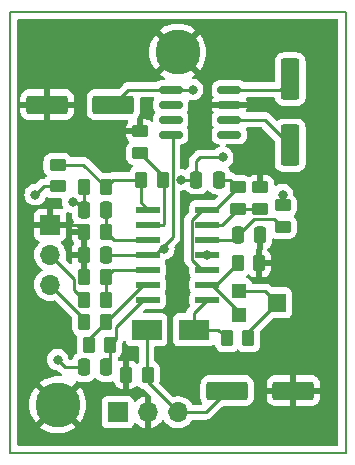
<source format=gbr>
%TF.GenerationSoftware,KiCad,Pcbnew,(6.0.7-1)-1*%
%TF.CreationDate,2023-04-05T16:12:29-04:00*%
%TF.ProjectId,Seth'sEMG,53657468-2773-4454-9d47-2e6b69636164,rev?*%
%TF.SameCoordinates,Original*%
%TF.FileFunction,Copper,L1,Top*%
%TF.FilePolarity,Positive*%
%FSLAX46Y46*%
G04 Gerber Fmt 4.6, Leading zero omitted, Abs format (unit mm)*
G04 Created by KiCad (PCBNEW (6.0.7-1)-1) date 2023-04-05 16:12:29*
%MOMM*%
%LPD*%
G01*
G04 APERTURE LIST*
G04 Aperture macros list*
%AMRoundRect*
0 Rectangle with rounded corners*
0 $1 Rounding radius*
0 $2 $3 $4 $5 $6 $7 $8 $9 X,Y pos of 4 corners*
0 Add a 4 corners polygon primitive as box body*
4,1,4,$2,$3,$4,$5,$6,$7,$8,$9,$2,$3,0*
0 Add four circle primitives for the rounded corners*
1,1,$1+$1,$2,$3*
1,1,$1+$1,$4,$5*
1,1,$1+$1,$6,$7*
1,1,$1+$1,$8,$9*
0 Add four rect primitives between the rounded corners*
20,1,$1+$1,$2,$3,$4,$5,0*
20,1,$1+$1,$4,$5,$6,$7,0*
20,1,$1+$1,$6,$7,$8,$9,0*
20,1,$1+$1,$8,$9,$2,$3,0*%
G04 Aperture macros list end*
%TA.AperFunction,NonConductor*%
%ADD10C,0.200000*%
%TD*%
%TA.AperFunction,SMDPad,CuDef*%
%ADD11RoundRect,0.250000X0.450000X-0.262500X0.450000X0.262500X-0.450000X0.262500X-0.450000X-0.262500X0*%
%TD*%
%TA.AperFunction,ComponentPad*%
%ADD12R,1.700000X1.700000*%
%TD*%
%TA.AperFunction,ComponentPad*%
%ADD13O,1.700000X1.700000*%
%TD*%
%TA.AperFunction,ComponentPad*%
%ADD14C,3.800000*%
%TD*%
%TA.AperFunction,SMDPad,CuDef*%
%ADD15RoundRect,0.250000X0.262500X0.450000X-0.262500X0.450000X-0.262500X-0.450000X0.262500X-0.450000X0*%
%TD*%
%TA.AperFunction,SMDPad,CuDef*%
%ADD16RoundRect,0.250000X-0.450000X0.262500X-0.450000X-0.262500X0.450000X-0.262500X0.450000X0.262500X0*%
%TD*%
%TA.AperFunction,SMDPad,CuDef*%
%ADD17RoundRect,0.250000X0.550000X-1.500000X0.550000X1.500000X-0.550000X1.500000X-0.550000X-1.500000X0*%
%TD*%
%TA.AperFunction,SMDPad,CuDef*%
%ADD18RoundRect,0.041300X-0.933700X-0.253700X0.933700X-0.253700X0.933700X0.253700X-0.933700X0.253700X0*%
%TD*%
%TA.AperFunction,SMDPad,CuDef*%
%ADD19R,1.200000X1.200000*%
%TD*%
%TA.AperFunction,SMDPad,CuDef*%
%ADD20R,1.500000X1.600000*%
%TD*%
%TA.AperFunction,SMDPad,CuDef*%
%ADD21R,2.500000X1.800000*%
%TD*%
%TA.AperFunction,SMDPad,CuDef*%
%ADD22RoundRect,0.150000X0.825000X0.150000X-0.825000X0.150000X-0.825000X-0.150000X0.825000X-0.150000X0*%
%TD*%
%TA.AperFunction,SMDPad,CuDef*%
%ADD23RoundRect,0.250000X-1.500000X-0.550000X1.500000X-0.550000X1.500000X0.550000X-1.500000X0.550000X0*%
%TD*%
%TA.AperFunction,SMDPad,CuDef*%
%ADD24RoundRect,0.250000X-0.262500X-0.450000X0.262500X-0.450000X0.262500X0.450000X-0.262500X0.450000X0*%
%TD*%
%TA.AperFunction,SMDPad,CuDef*%
%ADD25RoundRect,0.250000X0.250000X0.475000X-0.250000X0.475000X-0.250000X-0.475000X0.250000X-0.475000X0*%
%TD*%
%TA.AperFunction,SMDPad,CuDef*%
%ADD26RoundRect,0.250000X-0.250000X-0.475000X0.250000X-0.475000X0.250000X0.475000X-0.250000X0.475000X0*%
%TD*%
%TA.AperFunction,ViaPad*%
%ADD27C,0.800000*%
%TD*%
%TA.AperFunction,Conductor*%
%ADD28C,0.250000*%
%TD*%
G04 APERTURE END LIST*
D10*
X141986000Y-127254000D02*
X170434000Y-127254000D01*
X170434000Y-127254000D02*
X170434000Y-89916000D01*
X170434000Y-89916000D02*
X141986000Y-89916000D01*
X141986000Y-89916000D02*
X141986000Y-127254000D01*
D11*
%TO.P,R11,1*%
%TO.N,13*%
X163195000Y-106592500D03*
%TO.P,R11,2*%
%TO.N,GND*%
X163195000Y-104767500D03*
%TD*%
D12*
%TO.P,J3,1*%
%TO.N,+5V*%
X151145000Y-123825000D03*
D13*
%TO.P,J3,2*%
%TO.N,GND*%
X153685000Y-123825000D03*
%TO.P,J3,3*%
%TO.N,Net-(C9-Pad1)*%
X156225000Y-123825000D03*
%TD*%
D14*
%TO.P,J5,1,1*%
%TO.N,GND*%
X156210000Y-93345000D03*
%TD*%
D15*
%TO.P,R15,1*%
%TO.N,Net-(C9-Pad1)*%
X153670000Y-120650000D03*
%TO.P,R15,2*%
%TO.N,GND*%
X151845000Y-120650000D03*
%TD*%
D16*
%TO.P,R9,1*%
%TO.N,1*%
X146050000Y-102870000D03*
%TO.P,R9,2*%
%TO.N,Net-(C4-Pad2)*%
X146050000Y-104695000D03*
%TD*%
D17*
%TO.P,C6,1*%
%TO.N,Net-(C6-Pad1)*%
X165735000Y-101225000D03*
%TO.P,C6,2*%
%TO.N,Net-(C6-Pad2)*%
X165735000Y-95625000D03*
%TD*%
D12*
%TO.P,J1,1*%
%TO.N,GND*%
X145415000Y-107965000D03*
D13*
%TO.P,J1,2*%
%TO.N,Net-(J1-Pad2)*%
X145415000Y-110505000D03*
%TO.P,J1,3*%
%TO.N,Net-(J1-Pad3)*%
X145415000Y-113045000D03*
%TD*%
D18*
%TO.P,U1,1,1OUT*%
%TO.N,1*%
X153730000Y-106680000D03*
%TO.P,U1,2,1IN-*%
%TO.N,2*%
X153730000Y-107950000D03*
%TO.P,U1,3,1IN+*%
%TO.N,3*%
X153730000Y-109220000D03*
%TO.P,U1,4,VCC+*%
%TO.N,+5V*%
X153730000Y-110490000D03*
%TO.P,U1,5,2IN+*%
%TO.N,5*%
X153730000Y-111760000D03*
%TO.P,U1,6,2IN-*%
%TO.N,6*%
X153730000Y-113030000D03*
%TO.P,U1,7,2OUT*%
%TO.N,7*%
X153730000Y-114300000D03*
%TO.P,U1,8,3OUT*%
%TO.N,8*%
X158690000Y-114300000D03*
%TO.P,U1,9,3IN-*%
%TO.N,9*%
X158690000Y-113030000D03*
%TO.P,U1,10,3IN+*%
%TO.N,10*%
X158690000Y-111760000D03*
%TO.P,U1,11,VCC-*%
%TO.N,-5V*%
X158690000Y-110490000D03*
%TO.P,U1,12,4IN+*%
%TO.N,12*%
X158690000Y-109220000D03*
%TO.P,U1,13,4IN-*%
%TO.N,13*%
X158690000Y-107950000D03*
%TO.P,U1,14,4OUT*%
%TO.N,10*%
X158690000Y-106680000D03*
%TD*%
D16*
%TO.P,R10,1*%
%TO.N,Net-(C4-Pad2)*%
X165100000Y-106315000D03*
%TO.P,R10,2*%
%TO.N,12*%
X165100000Y-108140000D03*
%TD*%
D19*
%TO.P,RV1,1,1*%
%TO.N,Net-(R14-Pad2)*%
X161395000Y-113570000D03*
D20*
%TO.P,RV1,2,2*%
X164645000Y-114570000D03*
D19*
%TO.P,RV1,3,3*%
%TO.N,9*%
X161395000Y-115570000D03*
%TD*%
D21*
%TO.P,D1,1,K*%
%TO.N,Net-(C9-Pad1)*%
X153575000Y-116840000D03*
%TO.P,D1,2,A*%
%TO.N,8*%
X157575000Y-116840000D03*
%TD*%
D22*
%TO.P,U2,1,(N.C.)BOOST*%
%TO.N,unconnected-(U2-Pad1)*%
X160590000Y-100330000D03*
%TO.P,U2,2,CAP+*%
%TO.N,Net-(C6-Pad1)*%
X160590000Y-99060000D03*
%TO.P,U2,3,GND*%
%TO.N,GND*%
X160590000Y-97790000D03*
%TO.P,U2,4,CAP-*%
%TO.N,Net-(C6-Pad2)*%
X160590000Y-96520000D03*
%TO.P,U2,5,Vout*%
%TO.N,-5V*%
X155640000Y-96520000D03*
%TO.P,U2,6,LV*%
%TO.N,unconnected-(U2-Pad6)*%
X155640000Y-97790000D03*
%TO.P,U2,7,OSC*%
%TO.N,unconnected-(U2-Pad7)*%
X155640000Y-99060000D03*
%TO.P,U2,8,Vcc*%
%TO.N,+5V*%
X155640000Y-100330000D03*
%TD*%
D11*
%TO.P,R12,1*%
%TO.N,13*%
X161290000Y-106592500D03*
%TO.P,R12,2*%
%TO.N,10*%
X161290000Y-104767500D03*
%TD*%
D14*
%TO.P,J6,1,1*%
%TO.N,GND*%
X146050000Y-123190000D03*
%TD*%
D23*
%TO.P,C8,1*%
%TO.N,GND*%
X145155000Y-97790000D03*
%TO.P,C8,2*%
%TO.N,-5V*%
X150755000Y-97790000D03*
%TD*%
%TO.P,C9,1*%
%TO.N,Net-(C9-Pad1)*%
X160395000Y-122000000D03*
%TO.P,C9,2*%
%TO.N,GND*%
X165995000Y-122000000D03*
%TD*%
D15*
%TO.P,R5,1*%
%TO.N,3*%
X150137500Y-108575000D03*
%TO.P,R5,2*%
%TO.N,GND*%
X148312500Y-108575000D03*
%TD*%
D24*
%TO.P,R6,1*%
%TO.N,Net-(C1-Pad2)*%
X148312500Y-104775000D03*
%TO.P,R6,2*%
%TO.N,1*%
X150137500Y-104775000D03*
%TD*%
D25*
%TO.P,C1,1*%
%TO.N,7*%
X150175000Y-120005000D03*
%TO.P,C1,2*%
%TO.N,Net-(C1-Pad2)*%
X148275000Y-120005000D03*
%TD*%
%TO.P,C4,1*%
%TO.N,10*%
X159700000Y-104140000D03*
%TO.P,C4,2*%
%TO.N,Net-(C4-Pad2)*%
X157800000Y-104140000D03*
%TD*%
D11*
%TO.P,R7,1*%
%TO.N,2*%
X153035000Y-101877500D03*
%TO.P,R7,2*%
%TO.N,GND*%
X153035000Y-100052500D03*
%TD*%
D24*
%TO.P,R4,1*%
%TO.N,6*%
X148670000Y-118110000D03*
%TO.P,R4,2*%
%TO.N,7*%
X150495000Y-118110000D03*
%TD*%
%TO.P,R14,1*%
%TO.N,8*%
X160377500Y-117555000D03*
%TO.P,R14,2*%
%TO.N,Net-(R14-Pad2)*%
X162202500Y-117555000D03*
%TD*%
%TO.P,R13,1*%
%TO.N,9*%
X161290000Y-111205000D03*
%TO.P,R13,2*%
%TO.N,GND*%
X163115000Y-111205000D03*
%TD*%
D15*
%TO.P,R8,1*%
%TO.N,2*%
X154940000Y-104140000D03*
%TO.P,R8,2*%
%TO.N,1*%
X153115000Y-104140000D03*
%TD*%
D25*
%TO.P,C3,1*%
%TO.N,GND*%
X163190000Y-108855000D03*
%TO.P,C3,2*%
%TO.N,12*%
X161290000Y-108855000D03*
%TD*%
D24*
%TO.P,R1,1*%
%TO.N,Net-(J1-Pad3)*%
X148312500Y-116195000D03*
%TO.P,R1,2*%
%TO.N,6*%
X150137500Y-116195000D03*
%TD*%
D26*
%TO.P,C2,1*%
%TO.N,Net-(C1-Pad2)*%
X148275000Y-106680000D03*
%TO.P,C2,2*%
%TO.N,3*%
X150175000Y-106680000D03*
%TD*%
D25*
%TO.P,C5,1*%
%TO.N,+5V*%
X150175000Y-110480000D03*
%TO.P,C5,2*%
%TO.N,GND*%
X148275000Y-110480000D03*
%TD*%
D24*
%TO.P,R2,1*%
%TO.N,Net-(J1-Pad2)*%
X148312500Y-114290000D03*
%TO.P,R2,2*%
%TO.N,5*%
X150137500Y-114290000D03*
%TD*%
D15*
%TO.P,R3,1*%
%TO.N,5*%
X150137500Y-112385000D03*
%TO.P,R3,2*%
%TO.N,GND*%
X148312500Y-112385000D03*
%TD*%
D27*
%TO.N,Net-(C1-Pad2)*%
X146050000Y-119380000D03*
X147320000Y-106045000D03*
%TO.N,Net-(C4-Pad2)*%
X160020000Y-102235000D03*
X165100000Y-105410000D03*
X156502000Y-104140000D03*
X144145000Y-105410000D03*
%TO.N,+5V*%
X155039702Y-109992591D03*
%TO.N,-5V*%
X158690000Y-110490000D03*
X157480000Y-96520000D03*
%TD*%
D28*
%TO.N,7*%
X150495000Y-119685000D02*
X150175000Y-120005000D01*
X150975000Y-117630000D02*
X150495000Y-118110000D01*
X150495000Y-118110000D02*
X150495000Y-119685000D01*
X153730000Y-114300000D02*
X153315000Y-114300000D01*
X150975000Y-116640000D02*
X150975000Y-117630000D01*
X153315000Y-114300000D02*
X150975000Y-116640000D01*
%TO.N,Net-(C1-Pad2)*%
X147320000Y-106045000D02*
X147640000Y-106045000D01*
X146675000Y-120005000D02*
X146050000Y-119380000D01*
X148312500Y-104775000D02*
X148312500Y-106642500D01*
X147640000Y-106045000D02*
X148275000Y-106680000D01*
X148275000Y-120005000D02*
X146675000Y-120005000D01*
X148312500Y-106642500D02*
X148275000Y-106680000D01*
%TO.N,3*%
X150782500Y-109220000D02*
X150137500Y-108575000D01*
X150175000Y-108537500D02*
X150137500Y-108575000D01*
X150175000Y-106680000D02*
X150175000Y-108537500D01*
X153730000Y-109220000D02*
X150782500Y-109220000D01*
%TO.N,GND*%
X147702500Y-107965000D02*
X148312500Y-108575000D01*
X148312500Y-108575000D02*
X148312500Y-112385000D01*
X145415000Y-107965000D02*
X147702500Y-107965000D01*
%TO.N,12*%
X164390000Y-107430000D02*
X165100000Y-108140000D01*
X162715000Y-107430000D02*
X164390000Y-107430000D01*
X161290000Y-108855000D02*
X162715000Y-107430000D01*
X160925000Y-109220000D02*
X161290000Y-108855000D01*
X158690000Y-109220000D02*
X160925000Y-109220000D01*
%TO.N,10*%
X160662500Y-104140000D02*
X161290000Y-104767500D01*
X159377500Y-106680000D02*
X161290000Y-104767500D01*
X158690000Y-106680000D02*
X159377500Y-106680000D01*
X159700000Y-104140000D02*
X160662500Y-104140000D01*
X158690000Y-111760000D02*
X158254574Y-111760000D01*
X157390000Y-107544574D02*
X158254574Y-106680000D01*
X158254574Y-106680000D02*
X158690000Y-106680000D01*
X157390000Y-110895426D02*
X157390000Y-107544574D01*
X158254574Y-111760000D02*
X157390000Y-110895426D01*
%TO.N,Net-(C4-Pad2)*%
X160020000Y-102235000D02*
X158115000Y-102235000D01*
X157800000Y-102550000D02*
X157800000Y-104140000D01*
X157800000Y-104140000D02*
X156502000Y-104140000D01*
X165100000Y-106315000D02*
X165100000Y-105146827D01*
X165100000Y-105146827D02*
X165100000Y-105410000D01*
X146050000Y-104695000D02*
X144860000Y-104695000D01*
X144860000Y-104695000D02*
X144145000Y-105410000D01*
X158115000Y-102235000D02*
X157800000Y-102550000D01*
%TO.N,+5V*%
X154305000Y-110490000D02*
X153730000Y-110490000D01*
X153730000Y-110490000D02*
X150185000Y-110490000D01*
X155777500Y-109017500D02*
X154305000Y-110490000D01*
X150185000Y-110490000D02*
X150175000Y-110480000D01*
X155640000Y-100330000D02*
X155777500Y-100467500D01*
X155777500Y-100467500D02*
X155777500Y-109017500D01*
%TO.N,Net-(C6-Pad1)*%
X160590000Y-99060000D02*
X163570000Y-99060000D01*
X163570000Y-99060000D02*
X165735000Y-101225000D01*
%TO.N,Net-(C6-Pad2)*%
X165735000Y-95625000D02*
X164840000Y-96520000D01*
X164840000Y-96520000D02*
X160590000Y-96520000D01*
%TO.N,-5V*%
X155640000Y-96520000D02*
X157480000Y-96520000D01*
X150755000Y-97790000D02*
X152025000Y-96520000D01*
X152025000Y-96520000D02*
X155640000Y-96520000D01*
%TO.N,Net-(C9-Pad1)*%
X158570000Y-123825000D02*
X160395000Y-122000000D01*
X156225000Y-123825000D02*
X158570000Y-123825000D01*
X153670000Y-121270000D02*
X156225000Y-123825000D01*
X153670000Y-120650000D02*
X153670000Y-121270000D01*
X153575000Y-120555000D02*
X153670000Y-120650000D01*
X153575000Y-116840000D02*
X153575000Y-120555000D01*
%TO.N,8*%
X157575000Y-115415000D02*
X157575000Y-116840000D01*
X160377500Y-117555000D02*
X159662500Y-116840000D01*
X158690000Y-114300000D02*
X157575000Y-115415000D01*
X159662500Y-116840000D02*
X157575000Y-116840000D01*
%TO.N,Net-(J1-Pad2)*%
X147475000Y-112565000D02*
X147475000Y-113452500D01*
X145415000Y-110505000D02*
X147475000Y-112565000D01*
X147475000Y-113452500D02*
X148312500Y-114290000D01*
%TO.N,Net-(J1-Pad3)*%
X148312500Y-115942500D02*
X148312500Y-116195000D01*
X145415000Y-113045000D02*
X148312500Y-115942500D01*
%TO.N,6*%
X148670000Y-117654574D02*
X148670000Y-118110000D01*
X153294574Y-113030000D02*
X148670000Y-117654574D01*
X153730000Y-113030000D02*
X153294574Y-113030000D01*
%TO.N,5*%
X150762500Y-111760000D02*
X150137500Y-112385000D01*
X150137500Y-112385000D02*
X150137500Y-114290000D01*
X153730000Y-111760000D02*
X150762500Y-111760000D01*
%TO.N,1*%
X148232500Y-102870000D02*
X150137500Y-104775000D01*
X153115000Y-106065000D02*
X153730000Y-106680000D01*
X153115000Y-104140000D02*
X153115000Y-106065000D01*
X146050000Y-102870000D02*
X148232500Y-102870000D01*
X153115000Y-104140000D02*
X150772500Y-104140000D01*
X153035000Y-104060000D02*
X153115000Y-104140000D01*
X150772500Y-104140000D02*
X150137500Y-104775000D01*
%TO.N,2*%
X153035000Y-101877500D02*
X154940000Y-103782500D01*
X155030000Y-104230000D02*
X155030000Y-107860000D01*
X155030000Y-107860000D02*
X154940000Y-107950000D01*
X154940000Y-103782500D02*
X154940000Y-104140000D01*
X154940000Y-104140000D02*
X155030000Y-104230000D01*
X154940000Y-107950000D02*
X153730000Y-107950000D01*
%TO.N,13*%
X159932500Y-107950000D02*
X158690000Y-107950000D01*
X161290000Y-106592500D02*
X159932500Y-107950000D01*
X163195000Y-106592500D02*
X161290000Y-106592500D01*
%TO.N,9*%
X159465000Y-113030000D02*
X158690000Y-113030000D01*
X161290000Y-111205000D02*
X159465000Y-113030000D01*
X161395000Y-115299574D02*
X161395000Y-115570000D01*
X158690000Y-113030000D02*
X159125426Y-113030000D01*
X159125426Y-113030000D02*
X161395000Y-115299574D01*
%TO.N,Net-(R14-Pad2)*%
X163645000Y-113570000D02*
X164645000Y-114570000D01*
X162202500Y-117012500D02*
X164645000Y-114570000D01*
X162202500Y-117555000D02*
X162202500Y-117012500D01*
X161395000Y-113570000D02*
X163645000Y-113570000D01*
%TD*%
%TA.AperFunction,Conductor*%
%TO.N,GND*%
G36*
X169767621Y-90544502D02*
G01*
X169814114Y-90598158D01*
X169825500Y-90650500D01*
X169825500Y-126519500D01*
X169805498Y-126587621D01*
X169751842Y-126634114D01*
X169699500Y-126645500D01*
X142720500Y-126645500D01*
X142652379Y-126625498D01*
X142605886Y-126571842D01*
X142594500Y-126519500D01*
X142594500Y-125064394D01*
X144540314Y-125064394D01*
X144549143Y-125076014D01*
X144753970Y-125224830D01*
X144760650Y-125229070D01*
X145019234Y-125371228D01*
X145026369Y-125374585D01*
X145300746Y-125483219D01*
X145308237Y-125485653D01*
X145594059Y-125559039D01*
X145601830Y-125560521D01*
X145894570Y-125597503D01*
X145902460Y-125598000D01*
X146197540Y-125598000D01*
X146205430Y-125597503D01*
X146498170Y-125560521D01*
X146505941Y-125559039D01*
X146791763Y-125485653D01*
X146799254Y-125483219D01*
X147073631Y-125374585D01*
X147080766Y-125371228D01*
X147339350Y-125229070D01*
X147346030Y-125224830D01*
X147551230Y-125075744D01*
X147559653Y-125064821D01*
X147552749Y-125051960D01*
X147223923Y-124723134D01*
X149786500Y-124723134D01*
X149793255Y-124785316D01*
X149844385Y-124921705D01*
X149931739Y-125038261D01*
X150048295Y-125125615D01*
X150184684Y-125176745D01*
X150246866Y-125183500D01*
X152043134Y-125183500D01*
X152105316Y-125176745D01*
X152241705Y-125125615D01*
X152358261Y-125038261D01*
X152445615Y-124921705D01*
X152489798Y-124803848D01*
X152532440Y-124747084D01*
X152599001Y-124722384D01*
X152668350Y-124737592D01*
X152703017Y-124765580D01*
X152728218Y-124794673D01*
X152735580Y-124801883D01*
X152899434Y-124937916D01*
X152907881Y-124943831D01*
X153091756Y-125051279D01*
X153101042Y-125055729D01*
X153300001Y-125131703D01*
X153309899Y-125134579D01*
X153413250Y-125155606D01*
X153427299Y-125154410D01*
X153431000Y-125144065D01*
X153431000Y-122508102D01*
X153427082Y-122494758D01*
X153412806Y-122492771D01*
X153374324Y-122498660D01*
X153364288Y-122501051D01*
X153161868Y-122567212D01*
X153152359Y-122571209D01*
X152963463Y-122669542D01*
X152954738Y-122675036D01*
X152784433Y-122802905D01*
X152776726Y-122809748D01*
X152699478Y-122890584D01*
X152637954Y-122926014D01*
X152567042Y-122922557D01*
X152509255Y-122881311D01*
X152490402Y-122847763D01*
X152448767Y-122736703D01*
X152445615Y-122728295D01*
X152358261Y-122611739D01*
X152241705Y-122524385D01*
X152105316Y-122473255D01*
X152043134Y-122466500D01*
X150246866Y-122466500D01*
X150184684Y-122473255D01*
X150048295Y-122524385D01*
X149931739Y-122611739D01*
X149844385Y-122728295D01*
X149793255Y-122864684D01*
X149786500Y-122926866D01*
X149786500Y-124723134D01*
X147223923Y-124723134D01*
X146062810Y-123562020D01*
X146048869Y-123554408D01*
X146047034Y-123554539D01*
X146040420Y-123558790D01*
X144546927Y-125052284D01*
X144540314Y-125064394D01*
X142594500Y-125064394D01*
X142594500Y-123193958D01*
X143637488Y-123193958D01*
X143656015Y-123488436D01*
X143657008Y-123496297D01*
X143712296Y-123786128D01*
X143714267Y-123793805D01*
X143805446Y-124074424D01*
X143808361Y-124081787D01*
X143933993Y-124348770D01*
X143937805Y-124355703D01*
X144095909Y-124604835D01*
X144100563Y-124611241D01*
X144165521Y-124689761D01*
X144178040Y-124698217D01*
X144188778Y-124692011D01*
X145677980Y-123202810D01*
X145684357Y-123191131D01*
X146414408Y-123191131D01*
X146414539Y-123192966D01*
X146418790Y-123199580D01*
X147910119Y-124690908D01*
X147923381Y-124698150D01*
X147933485Y-124690962D01*
X147999437Y-124611241D01*
X148004091Y-124604835D01*
X148162195Y-124355703D01*
X148166007Y-124348770D01*
X148291639Y-124081787D01*
X148294554Y-124074424D01*
X148385733Y-123793805D01*
X148387704Y-123786128D01*
X148442992Y-123496297D01*
X148443985Y-123488436D01*
X148462512Y-123193958D01*
X148462512Y-123186042D01*
X148443985Y-122891564D01*
X148442992Y-122883703D01*
X148387704Y-122593872D01*
X148385733Y-122586195D01*
X148294554Y-122305576D01*
X148291639Y-122298213D01*
X148166007Y-122031230D01*
X148162195Y-122024297D01*
X148004091Y-121775165D01*
X147999437Y-121768759D01*
X147934479Y-121690239D01*
X147921960Y-121681783D01*
X147911222Y-121687989D01*
X146422020Y-123177190D01*
X146414408Y-123191131D01*
X145684357Y-123191131D01*
X145685592Y-123188869D01*
X145685461Y-123187034D01*
X145681210Y-123180420D01*
X144189881Y-121689092D01*
X144176619Y-121681850D01*
X144166515Y-121689038D01*
X144100563Y-121768759D01*
X144095909Y-121775165D01*
X143937805Y-122024297D01*
X143933993Y-122031230D01*
X143808361Y-122298213D01*
X143805446Y-122305576D01*
X143714267Y-122586195D01*
X143712296Y-122593872D01*
X143657008Y-122883703D01*
X143656015Y-122891564D01*
X143637488Y-123186042D01*
X143637488Y-123193958D01*
X142594500Y-123193958D01*
X142594500Y-107692885D01*
X144057000Y-107692885D01*
X144061475Y-107708124D01*
X144062865Y-107709329D01*
X144070548Y-107711000D01*
X145142885Y-107711000D01*
X145158124Y-107706525D01*
X145159329Y-107705135D01*
X145161000Y-107697452D01*
X145161000Y-106625116D01*
X145156525Y-106609877D01*
X145155135Y-106608672D01*
X145147452Y-106607001D01*
X144520331Y-106607001D01*
X144513510Y-106607371D01*
X144462648Y-106612895D01*
X144447396Y-106616521D01*
X144326946Y-106661676D01*
X144311351Y-106670214D01*
X144209276Y-106746715D01*
X144196715Y-106759276D01*
X144120214Y-106861351D01*
X144111676Y-106876946D01*
X144066522Y-106997394D01*
X144062895Y-107012649D01*
X144057369Y-107063514D01*
X144057000Y-107070328D01*
X144057000Y-107692885D01*
X142594500Y-107692885D01*
X142594500Y-105410000D01*
X143231496Y-105410000D01*
X143232186Y-105416565D01*
X143249624Y-105582474D01*
X143251458Y-105599928D01*
X143310473Y-105781556D01*
X143313776Y-105787278D01*
X143313777Y-105787279D01*
X143343927Y-105839500D01*
X143405960Y-105946944D01*
X143410378Y-105951851D01*
X143410379Y-105951852D01*
X143488340Y-106038436D01*
X143533747Y-106088866D01*
X143688248Y-106201118D01*
X143694276Y-106203802D01*
X143694278Y-106203803D01*
X143856681Y-106276109D01*
X143862712Y-106278794D01*
X143933879Y-106293921D01*
X144043056Y-106317128D01*
X144043061Y-106317128D01*
X144049513Y-106318500D01*
X144240487Y-106318500D01*
X144246939Y-106317128D01*
X144246944Y-106317128D01*
X144356121Y-106293921D01*
X144427288Y-106278794D01*
X144433319Y-106276109D01*
X144595722Y-106203803D01*
X144595724Y-106203802D01*
X144601752Y-106201118D01*
X144756253Y-106088866D01*
X144801660Y-106038436D01*
X144879621Y-105951852D01*
X144879622Y-105951851D01*
X144884040Y-105946944D01*
X144946073Y-105839500D01*
X144976223Y-105787279D01*
X144976224Y-105787278D01*
X144979527Y-105781556D01*
X145015402Y-105671145D01*
X145055476Y-105612540D01*
X145120873Y-105584903D01*
X145190829Y-105597010D01*
X145201349Y-105602821D01*
X145222078Y-105615599D01*
X145271030Y-105645774D01*
X145271033Y-105645775D01*
X145277262Y-105649615D01*
X145304897Y-105658781D01*
X145438611Y-105703132D01*
X145438613Y-105703132D01*
X145445139Y-105705297D01*
X145451975Y-105705997D01*
X145451978Y-105705998D01*
X145495031Y-105710409D01*
X145549600Y-105716000D01*
X146301138Y-105716000D01*
X146369259Y-105736002D01*
X146415752Y-105789658D01*
X146426448Y-105855169D01*
X146406496Y-106045000D01*
X146407186Y-106051565D01*
X146423187Y-106203803D01*
X146426458Y-106234928D01*
X146485473Y-106416556D01*
X146490140Y-106424639D01*
X146490514Y-106426179D01*
X146491461Y-106428307D01*
X146491072Y-106428480D01*
X146506877Y-106493635D01*
X146483656Y-106560727D01*
X146427848Y-106604613D01*
X146367413Y-106612901D01*
X146316488Y-106607369D01*
X146309672Y-106607000D01*
X145687115Y-106607000D01*
X145671876Y-106611475D01*
X145670671Y-106612865D01*
X145669000Y-106620548D01*
X145669000Y-107692885D01*
X145673475Y-107708124D01*
X145674865Y-107709329D01*
X145682548Y-107711000D01*
X146754884Y-107711000D01*
X146770123Y-107706525D01*
X146771328Y-107705135D01*
X146772999Y-107697452D01*
X146772999Y-107070331D01*
X146772629Y-107063510D01*
X146766252Y-107004793D01*
X146768277Y-107004573D01*
X146771418Y-106944343D01*
X146812860Y-106886696D01*
X146878889Y-106860606D01*
X146941550Y-106870981D01*
X147031677Y-106911108D01*
X147031685Y-106911111D01*
X147037712Y-106913794D01*
X147126294Y-106932623D01*
X147166697Y-106941211D01*
X147229171Y-106974940D01*
X147263492Y-107037089D01*
X147266500Y-107064458D01*
X147266500Y-107205400D01*
X147266837Y-107208646D01*
X147266837Y-107208650D01*
X147273283Y-107270772D01*
X147277474Y-107311166D01*
X147279655Y-107317702D01*
X147279655Y-107317704D01*
X147298653Y-107374646D01*
X147333450Y-107478946D01*
X147383919Y-107560502D01*
X147404878Y-107594372D01*
X147423716Y-107662824D01*
X147404994Y-107726791D01*
X147362184Y-107796243D01*
X147356037Y-107809424D01*
X147304862Y-107963710D01*
X147301995Y-107977086D01*
X147292328Y-108071438D01*
X147292000Y-108077855D01*
X147292000Y-108302885D01*
X147296475Y-108318124D01*
X147297865Y-108319329D01*
X147305548Y-108321000D01*
X148440500Y-108321000D01*
X148508621Y-108341002D01*
X148555114Y-108394658D01*
X148566500Y-108447000D01*
X148566500Y-109740521D01*
X148546498Y-109808642D01*
X148535724Y-109823034D01*
X148530671Y-109828865D01*
X148529000Y-109836548D01*
X148529000Y-111118885D01*
X148537375Y-111147407D01*
X148561396Y-111184784D01*
X148566500Y-111220283D01*
X148566500Y-112513000D01*
X148546498Y-112581121D01*
X148492842Y-112627614D01*
X148440500Y-112639000D01*
X148233736Y-112639000D01*
X148165615Y-112618998D01*
X148119122Y-112565342D01*
X148109033Y-112525090D01*
X148108502Y-112525157D01*
X148107996Y-112521154D01*
X148107063Y-112509311D01*
X148105923Y-112473036D01*
X148105674Y-112465111D01*
X148103462Y-112457497D01*
X148103461Y-112457492D01*
X148100023Y-112445659D01*
X148096012Y-112426295D01*
X148094467Y-112414064D01*
X148093474Y-112406203D01*
X148090557Y-112398836D01*
X148090556Y-112398831D01*
X148077198Y-112365092D01*
X148073354Y-112353865D01*
X148063504Y-112319963D01*
X148058500Y-112284808D01*
X148058500Y-111771115D01*
X148050125Y-111742593D01*
X148026104Y-111705216D01*
X148021000Y-111669717D01*
X148021000Y-110752115D01*
X148016525Y-110736876D01*
X148015135Y-110735671D01*
X148007452Y-110734000D01*
X147285116Y-110734000D01*
X147269877Y-110738475D01*
X147268672Y-110739865D01*
X147267001Y-110747548D01*
X147267001Y-111002095D01*
X147267338Y-111008614D01*
X147277257Y-111104206D01*
X147280150Y-111117603D01*
X147289688Y-111146194D01*
X147292272Y-111217143D01*
X147256088Y-111278227D01*
X147192623Y-111310051D01*
X147122028Y-111302512D01*
X147081069Y-111275164D01*
X146766218Y-110960313D01*
X146732192Y-110898001D01*
X146734755Y-110834589D01*
X146737522Y-110825484D01*
X146747370Y-110793069D01*
X146776529Y-110571590D01*
X146778156Y-110505000D01*
X146759852Y-110282361D01*
X146741145Y-110207885D01*
X147267000Y-110207885D01*
X147271475Y-110223124D01*
X147272865Y-110224329D01*
X147280548Y-110226000D01*
X148002885Y-110226000D01*
X148018124Y-110221525D01*
X148019329Y-110220135D01*
X148021000Y-110212452D01*
X148021000Y-109289479D01*
X148041002Y-109221358D01*
X148051776Y-109206966D01*
X148056829Y-109201135D01*
X148058500Y-109193452D01*
X148058500Y-108847115D01*
X148054025Y-108831876D01*
X148052635Y-108830671D01*
X148044952Y-108829000D01*
X147310116Y-108829000D01*
X147294877Y-108833475D01*
X147293672Y-108834865D01*
X147292001Y-108842548D01*
X147292001Y-109072095D01*
X147292338Y-109078614D01*
X147302257Y-109174206D01*
X147305149Y-109187600D01*
X147356588Y-109341784D01*
X147362760Y-109354958D01*
X147408211Y-109428406D01*
X147427049Y-109496858D01*
X147408327Y-109560826D01*
X147337184Y-109676243D01*
X147331037Y-109689424D01*
X147279862Y-109843710D01*
X147276995Y-109857086D01*
X147267328Y-109951438D01*
X147267000Y-109957852D01*
X147267000Y-110207885D01*
X146741145Y-110207885D01*
X146705431Y-110065702D01*
X146616354Y-109860840D01*
X146495014Y-109673277D01*
X146491540Y-109669459D01*
X146491533Y-109669450D01*
X146347435Y-109511088D01*
X146316383Y-109447242D01*
X146324779Y-109376744D01*
X146369956Y-109321976D01*
X146396400Y-109308307D01*
X146503052Y-109268325D01*
X146518649Y-109259786D01*
X146620724Y-109183285D01*
X146633285Y-109170724D01*
X146709786Y-109068649D01*
X146718324Y-109053054D01*
X146763478Y-108932606D01*
X146767105Y-108917351D01*
X146772631Y-108866486D01*
X146773000Y-108859672D01*
X146773000Y-108237115D01*
X146768525Y-108221876D01*
X146767135Y-108220671D01*
X146759452Y-108219000D01*
X144075116Y-108219000D01*
X144059877Y-108223475D01*
X144058672Y-108224865D01*
X144057001Y-108232548D01*
X144057001Y-108859669D01*
X144057371Y-108866490D01*
X144062895Y-108917352D01*
X144066521Y-108932604D01*
X144111676Y-109053054D01*
X144120214Y-109068649D01*
X144196715Y-109170724D01*
X144209276Y-109183285D01*
X144311351Y-109259786D01*
X144326946Y-109268324D01*
X144435827Y-109309142D01*
X144492591Y-109351784D01*
X144517291Y-109418345D01*
X144502083Y-109487694D01*
X144482691Y-109514175D01*
X144359200Y-109643401D01*
X144355629Y-109647138D01*
X144229743Y-109831680D01*
X144214003Y-109865590D01*
X144141609Y-110021550D01*
X144135688Y-110034305D01*
X144075989Y-110249570D01*
X144052251Y-110471695D01*
X144052548Y-110476848D01*
X144052548Y-110476851D01*
X144058011Y-110571590D01*
X144065110Y-110694715D01*
X144066247Y-110699761D01*
X144066248Y-110699767D01*
X144078046Y-110752115D01*
X144114222Y-110912639D01*
X144198266Y-111119616D01*
X144202485Y-111126500D01*
X144309485Y-111301109D01*
X144314987Y-111310088D01*
X144461250Y-111478938D01*
X144633126Y-111621632D01*
X144652986Y-111633237D01*
X144706445Y-111664476D01*
X144755169Y-111716114D01*
X144768240Y-111785897D01*
X144741509Y-111851669D01*
X144701055Y-111885027D01*
X144688607Y-111891507D01*
X144684474Y-111894610D01*
X144684471Y-111894612D01*
X144565741Y-111983757D01*
X144509965Y-112025635D01*
X144355629Y-112187138D01*
X144352715Y-112191410D01*
X144352714Y-112191411D01*
X144314179Y-112247901D01*
X144229743Y-112371680D01*
X144210563Y-112413000D01*
X144158502Y-112525157D01*
X144135688Y-112574305D01*
X144075989Y-112789570D01*
X144052251Y-113011695D01*
X144052548Y-113016848D01*
X144052548Y-113016851D01*
X144060271Y-113150791D01*
X144065110Y-113234715D01*
X144066247Y-113239761D01*
X144066248Y-113239767D01*
X144083481Y-113316233D01*
X144114222Y-113452639D01*
X144198266Y-113659616D01*
X144203122Y-113667540D01*
X144273175Y-113781856D01*
X144314987Y-113850088D01*
X144461250Y-114018938D01*
X144633126Y-114161632D01*
X144826000Y-114274338D01*
X145034692Y-114354030D01*
X145039760Y-114355061D01*
X145039763Y-114355062D01*
X145147012Y-114376882D01*
X145253597Y-114398567D01*
X145258772Y-114398757D01*
X145258774Y-114398757D01*
X145471673Y-114406564D01*
X145471677Y-114406564D01*
X145476837Y-114406753D01*
X145481957Y-114406097D01*
X145481959Y-114406097D01*
X145693288Y-114379025D01*
X145693289Y-114379025D01*
X145698416Y-114378368D01*
X145703367Y-114376883D01*
X145703370Y-114376882D01*
X145744829Y-114364444D01*
X145815825Y-114364028D01*
X145870131Y-114396035D01*
X146563765Y-115089670D01*
X147254595Y-115780500D01*
X147288621Y-115842812D01*
X147291500Y-115869595D01*
X147291500Y-116695400D01*
X147302474Y-116801166D01*
X147358450Y-116968946D01*
X147451522Y-117119348D01*
X147576697Y-117244305D01*
X147582929Y-117248147D01*
X147582931Y-117248148D01*
X147632582Y-117278754D01*
X147680075Y-117331526D01*
X147691497Y-117401598D01*
X147686058Y-117425680D01*
X147659703Y-117505139D01*
X147649000Y-117609600D01*
X147649000Y-118610400D01*
X147659974Y-118716166D01*
X147669271Y-118744032D01*
X147671857Y-118814979D01*
X147635674Y-118876064D01*
X147616053Y-118891051D01*
X147550652Y-118931522D01*
X147425695Y-119056697D01*
X147421855Y-119062927D01*
X147421854Y-119062928D01*
X147339436Y-119196635D01*
X147332885Y-119207262D01*
X147313751Y-119264949D01*
X147307045Y-119285167D01*
X147266614Y-119343527D01*
X147201050Y-119370764D01*
X147187452Y-119371500D01*
X147076062Y-119371500D01*
X147007941Y-119351498D01*
X146961448Y-119297842D01*
X146950752Y-119258671D01*
X146944232Y-119196636D01*
X146944232Y-119196635D01*
X146943542Y-119190072D01*
X146938093Y-119173300D01*
X146886569Y-119014729D01*
X146884527Y-119008444D01*
X146789040Y-118843056D01*
X146763760Y-118814979D01*
X146665675Y-118706045D01*
X146665674Y-118706044D01*
X146661253Y-118701134D01*
X146506752Y-118588882D01*
X146500724Y-118586198D01*
X146500722Y-118586197D01*
X146338319Y-118513891D01*
X146338318Y-118513891D01*
X146332288Y-118511206D01*
X146206746Y-118484521D01*
X146151944Y-118472872D01*
X146151939Y-118472872D01*
X146145487Y-118471500D01*
X145954513Y-118471500D01*
X145948061Y-118472872D01*
X145948056Y-118472872D01*
X145893254Y-118484521D01*
X145767712Y-118511206D01*
X145761682Y-118513891D01*
X145761681Y-118513891D01*
X145599278Y-118586197D01*
X145599276Y-118586198D01*
X145593248Y-118588882D01*
X145438747Y-118701134D01*
X145434326Y-118706044D01*
X145434325Y-118706045D01*
X145336241Y-118814979D01*
X145310960Y-118843056D01*
X145215473Y-119008444D01*
X145156458Y-119190072D01*
X145136496Y-119380000D01*
X145156458Y-119569928D01*
X145215473Y-119751556D01*
X145310960Y-119916944D01*
X145438747Y-120058866D01*
X145593248Y-120171118D01*
X145599276Y-120173802D01*
X145599278Y-120173803D01*
X145761681Y-120246109D01*
X145767712Y-120248794D01*
X145861112Y-120268647D01*
X145948056Y-120287128D01*
X145948061Y-120287128D01*
X145954513Y-120288500D01*
X146010406Y-120288500D01*
X146078527Y-120308502D01*
X146099501Y-120325405D01*
X146171343Y-120397247D01*
X146178887Y-120405537D01*
X146183000Y-120412018D01*
X146188777Y-120417443D01*
X146232667Y-120458658D01*
X146235509Y-120461413D01*
X146255230Y-120481134D01*
X146258425Y-120483612D01*
X146267447Y-120491318D01*
X146299679Y-120521586D01*
X146306628Y-120525406D01*
X146317432Y-120531346D01*
X146333956Y-120542199D01*
X146349959Y-120554613D01*
X146357238Y-120557763D01*
X146357999Y-120558213D01*
X146406452Y-120610106D01*
X146419157Y-120679957D01*
X146392082Y-120745588D01*
X146333822Y-120786162D01*
X146278068Y-120791673D01*
X146205430Y-120782497D01*
X146197540Y-120782000D01*
X145902460Y-120782000D01*
X145894570Y-120782497D01*
X145601830Y-120819479D01*
X145594059Y-120820961D01*
X145308237Y-120894347D01*
X145300746Y-120896781D01*
X145026369Y-121005415D01*
X145019234Y-121008772D01*
X144760650Y-121150930D01*
X144753970Y-121155170D01*
X144548770Y-121304256D01*
X144540347Y-121315179D01*
X144547251Y-121328040D01*
X146037190Y-122817980D01*
X146051131Y-122825592D01*
X146052966Y-122825461D01*
X146059580Y-122821210D01*
X147553073Y-121327716D01*
X147560687Y-121313772D01*
X147560307Y-121308456D01*
X147575398Y-121239081D01*
X147625600Y-121188879D01*
X147694974Y-121173787D01*
X147725650Y-121179872D01*
X147870139Y-121227797D01*
X147876975Y-121228497D01*
X147876978Y-121228498D01*
X147920031Y-121232909D01*
X147974600Y-121238500D01*
X148575400Y-121238500D01*
X148578646Y-121238163D01*
X148578650Y-121238163D01*
X148674308Y-121228238D01*
X148674312Y-121228237D01*
X148681166Y-121227526D01*
X148687702Y-121225345D01*
X148687704Y-121225345D01*
X148823999Y-121179873D01*
X148848946Y-121171550D01*
X148999348Y-121078478D01*
X149124305Y-120953303D01*
X149126906Y-120949084D01*
X149184030Y-120908583D01*
X149254953Y-120905351D01*
X149316365Y-120940976D01*
X149322922Y-120948530D01*
X149326522Y-120954348D01*
X149451697Y-121079305D01*
X149457927Y-121083145D01*
X149457928Y-121083146D01*
X149595090Y-121167694D01*
X149602262Y-121172115D01*
X149625652Y-121179873D01*
X149763611Y-121225632D01*
X149763613Y-121225632D01*
X149770139Y-121227797D01*
X149776975Y-121228497D01*
X149776978Y-121228498D01*
X149820031Y-121232909D01*
X149874600Y-121238500D01*
X150475400Y-121238500D01*
X150478646Y-121238163D01*
X150478650Y-121238163D01*
X150574308Y-121228238D01*
X150574312Y-121228237D01*
X150581166Y-121227526D01*
X150587702Y-121225345D01*
X150587704Y-121225345D01*
X150681907Y-121193916D01*
X150752856Y-121191332D01*
X150813940Y-121227515D01*
X150841307Y-121273565D01*
X150889087Y-121416782D01*
X150895261Y-121429962D01*
X150980563Y-121567807D01*
X150989599Y-121579208D01*
X151104329Y-121693739D01*
X151115740Y-121702751D01*
X151253743Y-121787816D01*
X151266924Y-121793963D01*
X151421210Y-121845138D01*
X151434586Y-121848005D01*
X151528938Y-121857672D01*
X151535354Y-121858000D01*
X151572885Y-121858000D01*
X151588124Y-121853525D01*
X151589329Y-121852135D01*
X151591000Y-121844452D01*
X151591000Y-119460116D01*
X151586525Y-119444877D01*
X151585135Y-119443672D01*
X151577452Y-119442001D01*
X151535405Y-119442001D01*
X151528886Y-119442338D01*
X151433294Y-119452257D01*
X151419900Y-119455149D01*
X151337951Y-119482489D01*
X151267001Y-119485073D01*
X151205917Y-119448889D01*
X151175057Y-119387348D01*
X151174692Y-119387427D01*
X151174386Y-119386009D01*
X151174093Y-119385425D01*
X151173771Y-119383161D01*
X151173237Y-119380689D01*
X151172526Y-119373834D01*
X151170346Y-119367300D01*
X151170345Y-119367295D01*
X151154673Y-119320321D01*
X151152089Y-119249371D01*
X151188273Y-119188287D01*
X151207891Y-119173303D01*
X151231848Y-119158478D01*
X151356805Y-119033303D01*
X151368254Y-119014729D01*
X151445775Y-118888968D01*
X151445776Y-118888966D01*
X151449615Y-118882738D01*
X151492804Y-118752526D01*
X151503132Y-118721389D01*
X151503132Y-118721387D01*
X151505297Y-118714861D01*
X151506201Y-118706045D01*
X151515672Y-118613598D01*
X151516000Y-118610400D01*
X151516000Y-118001038D01*
X151526363Y-117950998D01*
X151542168Y-117914474D01*
X151547391Y-117903812D01*
X151564875Y-117872009D01*
X151564876Y-117872007D01*
X151568695Y-117865060D01*
X151573733Y-117845437D01*
X151580131Y-117826747D01*
X151583539Y-117818871D01*
X151628945Y-117764298D01*
X151696652Y-117742934D01*
X151765160Y-117761567D01*
X151812719Y-117814280D01*
X151821759Y-117839761D01*
X151822402Y-117842466D01*
X151823255Y-117850316D01*
X151874385Y-117986705D01*
X151961739Y-118103261D01*
X152078295Y-118190615D01*
X152214684Y-118241745D01*
X152276866Y-118248500D01*
X152815500Y-118248500D01*
X152883621Y-118268502D01*
X152930114Y-118322158D01*
X152941500Y-118374500D01*
X152941500Y-119541033D01*
X152921498Y-119609154D01*
X152904673Y-119630051D01*
X152846362Y-119688463D01*
X152784079Y-119722542D01*
X152713259Y-119717539D01*
X152668171Y-119688618D01*
X152585671Y-119606261D01*
X152574260Y-119597249D01*
X152436257Y-119512184D01*
X152423076Y-119506037D01*
X152268790Y-119454862D01*
X152255414Y-119451995D01*
X152161062Y-119442328D01*
X152154645Y-119442000D01*
X152117115Y-119442000D01*
X152101876Y-119446475D01*
X152100671Y-119447865D01*
X152099000Y-119455548D01*
X152099000Y-121839884D01*
X152103475Y-121855123D01*
X152104865Y-121856328D01*
X152112548Y-121857999D01*
X152154595Y-121857999D01*
X152161114Y-121857662D01*
X152256706Y-121847743D01*
X152270100Y-121844851D01*
X152424284Y-121793412D01*
X152437462Y-121787239D01*
X152575307Y-121701937D01*
X152586708Y-121692901D01*
X152667930Y-121611538D01*
X152730213Y-121577459D01*
X152801033Y-121582462D01*
X152846120Y-121611383D01*
X152929012Y-121694130D01*
X152929017Y-121694134D01*
X152934197Y-121699305D01*
X152940427Y-121703145D01*
X152940428Y-121703146D01*
X153077788Y-121787816D01*
X153084762Y-121792115D01*
X153164505Y-121818564D01*
X153246111Y-121845632D01*
X153246113Y-121845632D01*
X153252639Y-121847797D01*
X153259477Y-121848498D01*
X153259479Y-121848498D01*
X153318654Y-121854561D01*
X153384381Y-121881403D01*
X153394906Y-121890810D01*
X153902975Y-122398879D01*
X153937001Y-122461191D01*
X153935694Y-122490795D01*
X153939000Y-122490795D01*
X153939000Y-125143517D01*
X153943064Y-125157359D01*
X153956478Y-125159393D01*
X153963184Y-125158534D01*
X153973262Y-125156392D01*
X154177255Y-125095191D01*
X154186842Y-125091433D01*
X154378095Y-124997739D01*
X154386945Y-124992464D01*
X154560328Y-124868792D01*
X154568200Y-124862139D01*
X154719052Y-124711812D01*
X154725730Y-124703965D01*
X154853022Y-124526819D01*
X154854279Y-124527722D01*
X154901373Y-124484362D01*
X154971311Y-124472145D01*
X155036751Y-124499678D01*
X155064579Y-124531511D01*
X155124987Y-124630088D01*
X155271250Y-124798938D01*
X155443126Y-124941632D01*
X155636000Y-125054338D01*
X155640825Y-125056180D01*
X155640826Y-125056181D01*
X155692764Y-125076014D01*
X155844692Y-125134030D01*
X155849760Y-125135061D01*
X155849763Y-125135062D01*
X155944862Y-125154410D01*
X156063597Y-125178567D01*
X156068772Y-125178757D01*
X156068774Y-125178757D01*
X156281673Y-125186564D01*
X156281677Y-125186564D01*
X156286837Y-125186753D01*
X156291957Y-125186097D01*
X156291959Y-125186097D01*
X156503288Y-125159025D01*
X156503289Y-125159025D01*
X156508416Y-125158368D01*
X156513366Y-125156883D01*
X156717429Y-125095661D01*
X156717434Y-125095659D01*
X156722384Y-125094174D01*
X156922994Y-124995896D01*
X157104860Y-124866173D01*
X157263096Y-124708489D01*
X157275691Y-124690962D01*
X157390435Y-124531277D01*
X157393453Y-124527077D01*
X157395746Y-124522437D01*
X157397446Y-124519608D01*
X157449674Y-124471518D01*
X157505451Y-124458500D01*
X158491233Y-124458500D01*
X158502416Y-124459027D01*
X158509909Y-124460702D01*
X158517835Y-124460453D01*
X158517836Y-124460453D01*
X158577986Y-124458562D01*
X158581945Y-124458500D01*
X158609856Y-124458500D01*
X158613791Y-124458003D01*
X158613856Y-124457995D01*
X158625693Y-124457062D01*
X158657951Y-124456048D01*
X158661970Y-124455922D01*
X158669889Y-124455673D01*
X158689343Y-124450021D01*
X158708700Y-124446013D01*
X158720930Y-124444468D01*
X158720931Y-124444468D01*
X158728797Y-124443474D01*
X158736168Y-124440555D01*
X158736170Y-124440555D01*
X158769912Y-124427196D01*
X158781142Y-124423351D01*
X158815983Y-124413229D01*
X158815984Y-124413229D01*
X158823593Y-124411018D01*
X158830412Y-124406985D01*
X158830417Y-124406983D01*
X158841028Y-124400707D01*
X158858776Y-124392012D01*
X158877617Y-124384552D01*
X158913387Y-124358564D01*
X158923307Y-124352048D01*
X158954535Y-124333580D01*
X158954538Y-124333578D01*
X158961362Y-124329542D01*
X158975683Y-124315221D01*
X158990717Y-124302380D01*
X159000694Y-124295131D01*
X159007107Y-124290472D01*
X159012157Y-124284368D01*
X159012162Y-124284363D01*
X159035293Y-124256402D01*
X159043283Y-124247621D01*
X159945501Y-123345404D01*
X160007813Y-123311379D01*
X160034596Y-123308500D01*
X161945400Y-123308500D01*
X161948646Y-123308163D01*
X161948650Y-123308163D01*
X162044308Y-123298238D01*
X162044312Y-123298237D01*
X162051166Y-123297526D01*
X162057702Y-123295345D01*
X162057704Y-123295345D01*
X162211998Y-123243868D01*
X162218946Y-123241550D01*
X162369348Y-123148478D01*
X162494305Y-123023303D01*
X162510138Y-122997617D01*
X162583275Y-122878968D01*
X162583276Y-122878966D01*
X162587115Y-122872738D01*
X162632236Y-122736703D01*
X162640632Y-122711389D01*
X162640632Y-122711387D01*
X162642797Y-122704861D01*
X162653500Y-122600400D01*
X162653500Y-122597095D01*
X163737001Y-122597095D01*
X163737338Y-122603614D01*
X163747257Y-122699206D01*
X163750149Y-122712600D01*
X163801588Y-122866784D01*
X163807761Y-122879962D01*
X163893063Y-123017807D01*
X163902099Y-123029208D01*
X164016829Y-123143739D01*
X164028240Y-123152751D01*
X164166243Y-123237816D01*
X164179424Y-123243963D01*
X164333710Y-123295138D01*
X164347086Y-123298005D01*
X164441438Y-123307672D01*
X164447854Y-123308000D01*
X165722885Y-123308000D01*
X165738124Y-123303525D01*
X165739329Y-123302135D01*
X165741000Y-123294452D01*
X165741000Y-123289884D01*
X166249000Y-123289884D01*
X166253475Y-123305123D01*
X166254865Y-123306328D01*
X166262548Y-123307999D01*
X167542095Y-123307999D01*
X167548614Y-123307662D01*
X167644206Y-123297743D01*
X167657600Y-123294851D01*
X167811784Y-123243412D01*
X167824962Y-123237239D01*
X167962807Y-123151937D01*
X167974208Y-123142901D01*
X168088739Y-123028171D01*
X168097751Y-123016760D01*
X168182816Y-122878757D01*
X168188963Y-122865576D01*
X168240138Y-122711290D01*
X168243005Y-122697914D01*
X168252672Y-122603562D01*
X168253000Y-122597146D01*
X168253000Y-122272115D01*
X168248525Y-122256876D01*
X168247135Y-122255671D01*
X168239452Y-122254000D01*
X166267115Y-122254000D01*
X166251876Y-122258475D01*
X166250671Y-122259865D01*
X166249000Y-122267548D01*
X166249000Y-123289884D01*
X165741000Y-123289884D01*
X165741000Y-122272115D01*
X165736525Y-122256876D01*
X165735135Y-122255671D01*
X165727452Y-122254000D01*
X163755116Y-122254000D01*
X163739877Y-122258475D01*
X163738672Y-122259865D01*
X163737001Y-122267548D01*
X163737001Y-122597095D01*
X162653500Y-122597095D01*
X162653500Y-121727885D01*
X163737000Y-121727885D01*
X163741475Y-121743124D01*
X163742865Y-121744329D01*
X163750548Y-121746000D01*
X165722885Y-121746000D01*
X165738124Y-121741525D01*
X165739329Y-121740135D01*
X165741000Y-121732452D01*
X165741000Y-121727885D01*
X166249000Y-121727885D01*
X166253475Y-121743124D01*
X166254865Y-121744329D01*
X166262548Y-121746000D01*
X168234884Y-121746000D01*
X168250123Y-121741525D01*
X168251328Y-121740135D01*
X168252999Y-121732452D01*
X168252999Y-121402905D01*
X168252662Y-121396386D01*
X168242743Y-121300794D01*
X168239851Y-121287400D01*
X168188412Y-121133216D01*
X168182239Y-121120038D01*
X168096937Y-120982193D01*
X168087901Y-120970792D01*
X167973171Y-120856261D01*
X167961760Y-120847249D01*
X167823757Y-120762184D01*
X167810576Y-120756037D01*
X167656290Y-120704862D01*
X167642914Y-120701995D01*
X167548562Y-120692328D01*
X167542145Y-120692000D01*
X166267115Y-120692000D01*
X166251876Y-120696475D01*
X166250671Y-120697865D01*
X166249000Y-120705548D01*
X166249000Y-121727885D01*
X165741000Y-121727885D01*
X165741000Y-120710116D01*
X165736525Y-120694877D01*
X165735135Y-120693672D01*
X165727452Y-120692001D01*
X164447905Y-120692001D01*
X164441386Y-120692338D01*
X164345794Y-120702257D01*
X164332400Y-120705149D01*
X164178216Y-120756588D01*
X164165038Y-120762761D01*
X164027193Y-120848063D01*
X164015792Y-120857099D01*
X163901261Y-120971829D01*
X163892249Y-120983240D01*
X163807184Y-121121243D01*
X163801037Y-121134424D01*
X163749862Y-121288710D01*
X163746995Y-121302086D01*
X163737328Y-121396438D01*
X163737000Y-121402855D01*
X163737000Y-121727885D01*
X162653500Y-121727885D01*
X162653500Y-121399600D01*
X162644595Y-121313772D01*
X162643238Y-121300692D01*
X162643237Y-121300688D01*
X162642526Y-121293834D01*
X162631702Y-121261389D01*
X162588868Y-121133002D01*
X162586550Y-121126054D01*
X162493478Y-120975652D01*
X162368303Y-120850695D01*
X162302563Y-120810172D01*
X162223968Y-120761725D01*
X162223966Y-120761724D01*
X162217738Y-120757885D01*
X162079875Y-120712158D01*
X162056389Y-120704368D01*
X162056387Y-120704368D01*
X162049861Y-120702203D01*
X162043025Y-120701503D01*
X162043022Y-120701502D01*
X161999969Y-120697091D01*
X161945400Y-120691500D01*
X158844600Y-120691500D01*
X158841354Y-120691837D01*
X158841350Y-120691837D01*
X158745692Y-120701762D01*
X158745688Y-120701763D01*
X158738834Y-120702474D01*
X158732298Y-120704655D01*
X158732296Y-120704655D01*
X158609606Y-120745588D01*
X158571054Y-120758450D01*
X158420652Y-120851522D01*
X158295695Y-120976697D01*
X158291855Y-120982927D01*
X158291854Y-120982928D01*
X158214800Y-121107933D01*
X158202885Y-121127262D01*
X158187427Y-121173868D01*
X158160563Y-121254861D01*
X158147203Y-121295139D01*
X158146503Y-121301975D01*
X158146502Y-121301978D01*
X158145294Y-121313772D01*
X158136500Y-121399600D01*
X158136500Y-122600400D01*
X158136837Y-122603646D01*
X158136837Y-122603650D01*
X158146752Y-122699206D01*
X158147474Y-122706166D01*
X158203450Y-122873946D01*
X158233532Y-122922557D01*
X158280958Y-122999197D01*
X158299796Y-123067649D01*
X158278635Y-123135419D01*
X158224194Y-123180990D01*
X158173814Y-123191500D01*
X157501805Y-123191500D01*
X157433684Y-123171498D01*
X157396013Y-123133940D01*
X157307822Y-122997617D01*
X157307820Y-122997614D01*
X157305014Y-122993277D01*
X157154670Y-122828051D01*
X157150619Y-122824852D01*
X157150615Y-122824848D01*
X156983414Y-122692800D01*
X156983410Y-122692798D01*
X156979359Y-122689598D01*
X156943028Y-122669542D01*
X156927136Y-122660769D01*
X156783789Y-122581638D01*
X156778920Y-122579914D01*
X156778916Y-122579912D01*
X156578087Y-122508795D01*
X156578083Y-122508794D01*
X156573212Y-122507069D01*
X156568119Y-122506162D01*
X156568116Y-122506161D01*
X156358373Y-122468800D01*
X156358367Y-122468799D01*
X156353284Y-122467894D01*
X156279452Y-122466992D01*
X156135081Y-122465228D01*
X156135079Y-122465228D01*
X156129911Y-122465165D01*
X155909091Y-122498955D01*
X155896532Y-122503060D01*
X155825568Y-122505210D01*
X155768294Y-122472389D01*
X154703007Y-121407102D01*
X154668981Y-121344790D01*
X154672509Y-121278342D01*
X154680297Y-121254861D01*
X154691000Y-121150400D01*
X154691000Y-120149600D01*
X154681586Y-120058866D01*
X154680738Y-120050692D01*
X154680737Y-120050688D01*
X154680026Y-120043834D01*
X154624050Y-119876054D01*
X154530978Y-119725652D01*
X154405803Y-119600695D01*
X154309014Y-119541033D01*
X154268384Y-119515988D01*
X154220890Y-119463215D01*
X154208500Y-119408728D01*
X154208500Y-118374500D01*
X154228502Y-118306379D01*
X154282158Y-118259886D01*
X154334500Y-118248500D01*
X154873134Y-118248500D01*
X154935316Y-118241745D01*
X155071705Y-118190615D01*
X155188261Y-118103261D01*
X155275615Y-117986705D01*
X155326745Y-117850316D01*
X155333500Y-117788134D01*
X155333500Y-115891866D01*
X155326745Y-115829684D01*
X155275615Y-115693295D01*
X155188261Y-115576739D01*
X155071705Y-115489385D01*
X154935316Y-115438255D01*
X154873134Y-115431500D01*
X153383595Y-115431500D01*
X153315474Y-115411498D01*
X153268981Y-115357842D01*
X153258877Y-115287568D01*
X153288371Y-115222988D01*
X153294500Y-115216405D01*
X153370500Y-115140405D01*
X153432812Y-115106379D01*
X153459595Y-115103500D01*
X154618379Y-115103499D01*
X154706412Y-115103499D01*
X154710169Y-115103044D01*
X154710175Y-115103044D01*
X154788046Y-115093621D01*
X154796079Y-115092649D01*
X154803602Y-115089671D01*
X154803604Y-115089670D01*
X154885023Y-115057434D01*
X154936136Y-115037197D01*
X155056122Y-114946122D01*
X155147197Y-114826136D01*
X155202649Y-114686079D01*
X155213500Y-114596413D01*
X155213499Y-114003588D01*
X155213044Y-113999822D01*
X155203621Y-113921954D01*
X155202649Y-113913921D01*
X155147197Y-113773864D01*
X155122388Y-113741179D01*
X155097134Y-113674827D01*
X155111762Y-113605354D01*
X155122388Y-113588820D01*
X155142000Y-113562983D01*
X155142001Y-113562982D01*
X155147197Y-113556136D01*
X155202649Y-113416079D01*
X155213500Y-113326413D01*
X155213499Y-112733588D01*
X155213044Y-112729822D01*
X155203621Y-112651954D01*
X155202649Y-112643921D01*
X155192782Y-112618998D01*
X155155601Y-112525090D01*
X155147197Y-112503864D01*
X155122388Y-112471179D01*
X155097134Y-112404827D01*
X155111762Y-112335354D01*
X155122388Y-112318820D01*
X155142000Y-112292983D01*
X155142001Y-112292982D01*
X155147197Y-112286136D01*
X155202649Y-112146079D01*
X155213500Y-112056413D01*
X155213499Y-111463588D01*
X155202649Y-111373921D01*
X155198921Y-111364503D01*
X155150361Y-111241856D01*
X155147197Y-111233864D01*
X155122388Y-111201179D01*
X155097134Y-111134827D01*
X155111762Y-111065354D01*
X155122388Y-111048820D01*
X155124259Y-111046356D01*
X155147197Y-111016136D01*
X155173165Y-110950548D01*
X155216840Y-110894574D01*
X155264118Y-110873686D01*
X155321990Y-110861385D01*
X155422447Y-110816659D01*
X155490424Y-110786394D01*
X155490426Y-110786393D01*
X155496454Y-110783709D01*
X155650955Y-110671457D01*
X155778742Y-110529535D01*
X155837016Y-110428601D01*
X155870925Y-110369870D01*
X155870926Y-110369869D01*
X155874229Y-110364147D01*
X155933244Y-110182519D01*
X155935520Y-110160870D01*
X155952516Y-109999156D01*
X155953206Y-109992591D01*
X155948041Y-109943452D01*
X155935246Y-109821708D01*
X155948018Y-109751870D01*
X155971461Y-109719443D01*
X156169747Y-109521157D01*
X156178037Y-109513613D01*
X156184518Y-109509500D01*
X156231159Y-109459832D01*
X156233913Y-109456991D01*
X156253634Y-109437270D01*
X156256112Y-109434075D01*
X156263818Y-109425053D01*
X156288658Y-109398601D01*
X156294086Y-109392821D01*
X156300914Y-109380400D01*
X156303846Y-109375068D01*
X156314699Y-109358545D01*
X156320158Y-109351507D01*
X156327113Y-109342541D01*
X156344676Y-109301957D01*
X156349883Y-109291327D01*
X156371195Y-109252560D01*
X156373166Y-109244883D01*
X156373168Y-109244878D01*
X156376232Y-109232942D01*
X156382638Y-109214230D01*
X156387534Y-109202917D01*
X156390681Y-109195645D01*
X156391956Y-109187600D01*
X156397597Y-109151981D01*
X156400004Y-109140360D01*
X156409028Y-109105211D01*
X156409028Y-109105210D01*
X156411000Y-109097530D01*
X156411000Y-109077269D01*
X156412551Y-109057558D01*
X156413265Y-109053054D01*
X156415719Y-109037557D01*
X156411559Y-108993546D01*
X156411000Y-108981689D01*
X156411000Y-105174500D01*
X156431002Y-105106379D01*
X156484658Y-105059886D01*
X156537000Y-105048500D01*
X156597487Y-105048500D01*
X156603939Y-105047128D01*
X156603944Y-105047128D01*
X156777835Y-105010166D01*
X156777838Y-105010165D01*
X156784288Y-105008794D01*
X156788384Y-105006971D01*
X156858565Y-105004962D01*
X156919365Y-105041622D01*
X156933681Y-105060517D01*
X156951522Y-105089348D01*
X157076697Y-105214305D01*
X157082927Y-105218145D01*
X157082928Y-105218146D01*
X157220090Y-105302694D01*
X157227262Y-105307115D01*
X157274051Y-105322634D01*
X157388611Y-105360632D01*
X157388613Y-105360632D01*
X157395139Y-105362797D01*
X157401975Y-105363497D01*
X157401978Y-105363498D01*
X157445031Y-105367909D01*
X157499600Y-105373500D01*
X158100400Y-105373500D01*
X158103646Y-105373163D01*
X158103650Y-105373163D01*
X158199308Y-105363238D01*
X158199312Y-105363237D01*
X158206166Y-105362526D01*
X158212702Y-105360345D01*
X158212704Y-105360345D01*
X158344806Y-105316272D01*
X158373946Y-105306550D01*
X158524348Y-105213478D01*
X158649305Y-105088303D01*
X158651906Y-105084084D01*
X158709030Y-105043583D01*
X158779953Y-105040351D01*
X158841365Y-105075976D01*
X158847922Y-105083530D01*
X158851522Y-105089348D01*
X158976697Y-105214305D01*
X158982927Y-105218145D01*
X158982928Y-105218146D01*
X159120090Y-105302694D01*
X159127262Y-105307115D01*
X159174051Y-105322634D01*
X159288611Y-105360632D01*
X159288613Y-105360632D01*
X159295139Y-105362797D01*
X159301975Y-105363497D01*
X159301978Y-105363498D01*
X159345031Y-105367909D01*
X159399600Y-105373500D01*
X159483905Y-105373500D01*
X159552026Y-105393502D01*
X159598519Y-105447158D01*
X159608623Y-105517432D01*
X159579129Y-105582012D01*
X159573000Y-105588595D01*
X159322000Y-105839595D01*
X159259688Y-105873621D01*
X159232905Y-105876500D01*
X157820088Y-105876501D01*
X157713588Y-105876501D01*
X157709831Y-105876956D01*
X157709825Y-105876956D01*
X157636182Y-105885867D01*
X157623921Y-105887351D01*
X157616398Y-105890329D01*
X157616396Y-105890330D01*
X157560621Y-105912413D01*
X157483864Y-105942803D01*
X157363878Y-106033878D01*
X157272803Y-106153864D01*
X157217351Y-106293921D01*
X157206500Y-106383587D01*
X157206501Y-106607371D01*
X157206501Y-106779978D01*
X157186499Y-106848098D01*
X157169596Y-106869073D01*
X156997747Y-107040922D01*
X156989461Y-107048462D01*
X156982982Y-107052574D01*
X156977557Y-107058351D01*
X156936357Y-107102225D01*
X156933602Y-107105067D01*
X156913865Y-107124804D01*
X156911385Y-107128001D01*
X156903682Y-107137021D01*
X156873414Y-107169253D01*
X156869595Y-107176199D01*
X156869593Y-107176202D01*
X156863652Y-107187008D01*
X156852801Y-107203527D01*
X156840386Y-107219533D01*
X156837241Y-107226802D01*
X156837238Y-107226806D01*
X156822826Y-107260111D01*
X156817609Y-107270761D01*
X156796305Y-107309514D01*
X156794334Y-107317189D01*
X156794334Y-107317190D01*
X156791267Y-107329136D01*
X156784863Y-107347840D01*
X156776819Y-107366429D01*
X156775580Y-107374252D01*
X156775577Y-107374262D01*
X156769901Y-107410098D01*
X156767495Y-107421718D01*
X156759261Y-107453791D01*
X156756500Y-107464544D01*
X156756500Y-107484798D01*
X156754949Y-107504508D01*
X156751780Y-107524517D01*
X156752526Y-107532409D01*
X156755941Y-107568535D01*
X156756500Y-107580393D01*
X156756500Y-110816659D01*
X156755973Y-110827842D01*
X156754298Y-110835335D01*
X156754547Y-110843261D01*
X156754547Y-110843262D01*
X156756438Y-110903412D01*
X156756500Y-110907371D01*
X156756500Y-110935282D01*
X156756997Y-110939216D01*
X156756997Y-110939217D01*
X156757005Y-110939282D01*
X156757938Y-110951119D01*
X156759327Y-110995315D01*
X156763055Y-111008146D01*
X156764978Y-111014765D01*
X156768987Y-111034126D01*
X156771526Y-111054223D01*
X156774445Y-111061594D01*
X156774445Y-111061596D01*
X156787804Y-111095338D01*
X156791649Y-111106568D01*
X156803982Y-111149019D01*
X156808015Y-111155838D01*
X156808017Y-111155843D01*
X156814293Y-111166454D01*
X156822988Y-111184202D01*
X156830448Y-111203043D01*
X156835110Y-111209459D01*
X156835110Y-111209460D01*
X156856436Y-111238813D01*
X156862952Y-111248733D01*
X156885458Y-111286788D01*
X156899779Y-111301109D01*
X156912619Y-111316142D01*
X156924528Y-111332533D01*
X156930634Y-111337584D01*
X156958605Y-111360724D01*
X156967384Y-111368714D01*
X157169595Y-111570925D01*
X157203621Y-111633237D01*
X157206500Y-111660020D01*
X157206501Y-111884600D01*
X157206501Y-112056412D01*
X157206956Y-112060169D01*
X157206956Y-112060175D01*
X157211282Y-112095923D01*
X157217351Y-112146079D01*
X157220329Y-112153602D01*
X157220330Y-112153604D01*
X157233607Y-112187138D01*
X157272803Y-112286136D01*
X157277999Y-112292982D01*
X157278000Y-112292983D01*
X157297612Y-112318820D01*
X157322866Y-112385173D01*
X157308238Y-112454646D01*
X157297614Y-112471178D01*
X157272803Y-112503864D01*
X157217351Y-112643921D01*
X157206500Y-112733587D01*
X157206501Y-113326412D01*
X157206956Y-113330169D01*
X157206956Y-113330175D01*
X157213295Y-113382558D01*
X157217351Y-113416079D01*
X157220329Y-113423602D01*
X157220330Y-113423604D01*
X157247551Y-113492356D01*
X157272803Y-113556136D01*
X157277999Y-113562982D01*
X157278000Y-113562983D01*
X157297612Y-113588820D01*
X157322866Y-113655173D01*
X157308238Y-113724646D01*
X157297614Y-113741178D01*
X157272803Y-113773864D01*
X157217351Y-113913921D01*
X157206500Y-114003587D01*
X157206501Y-114596412D01*
X157206956Y-114600169D01*
X157206956Y-114600175D01*
X157212449Y-114645565D01*
X157217351Y-114686079D01*
X157220330Y-114693603D01*
X157220331Y-114693607D01*
X157240961Y-114745714D01*
X157247440Y-114816414D01*
X157212904Y-114881191D01*
X157182747Y-114911348D01*
X157174461Y-114918888D01*
X157167982Y-114923000D01*
X157162557Y-114928777D01*
X157121357Y-114972651D01*
X157118602Y-114975493D01*
X157098865Y-114995230D01*
X157096385Y-114998427D01*
X157088682Y-115007447D01*
X157058414Y-115039679D01*
X157054595Y-115046625D01*
X157054593Y-115046628D01*
X157048652Y-115057434D01*
X157037801Y-115073953D01*
X157025386Y-115089959D01*
X157022241Y-115097228D01*
X157022238Y-115097232D01*
X157007826Y-115130537D01*
X157002609Y-115141187D01*
X156981305Y-115179940D01*
X156979334Y-115187615D01*
X156979334Y-115187616D01*
X156976267Y-115199562D01*
X156969863Y-115218266D01*
X156961819Y-115236855D01*
X156960580Y-115244678D01*
X156960577Y-115244688D01*
X156954901Y-115280524D01*
X156952495Y-115292144D01*
X156941500Y-115334969D01*
X156938585Y-115334220D01*
X156915868Y-115386344D01*
X156856818Y-115425761D01*
X156819223Y-115431500D01*
X156276866Y-115431500D01*
X156214684Y-115438255D01*
X156078295Y-115489385D01*
X155961739Y-115576739D01*
X155874385Y-115693295D01*
X155823255Y-115829684D01*
X155816500Y-115891866D01*
X155816500Y-117788134D01*
X155823255Y-117850316D01*
X155874385Y-117986705D01*
X155961739Y-118103261D01*
X156078295Y-118190615D01*
X156214684Y-118241745D01*
X156276866Y-118248500D01*
X158873134Y-118248500D01*
X158935316Y-118241745D01*
X159071705Y-118190615D01*
X159176375Y-118112169D01*
X159242879Y-118087322D01*
X159312261Y-118102375D01*
X159362492Y-118152549D01*
X159371462Y-118173120D01*
X159393432Y-118238971D01*
X159423450Y-118328946D01*
X159516522Y-118479348D01*
X159641697Y-118604305D01*
X159647927Y-118608145D01*
X159647928Y-118608146D01*
X159785090Y-118692694D01*
X159792262Y-118697115D01*
X159865446Y-118721389D01*
X159953611Y-118750632D01*
X159953613Y-118750632D01*
X159960139Y-118752797D01*
X159966975Y-118753497D01*
X159966978Y-118753498D01*
X160010031Y-118757909D01*
X160064600Y-118763500D01*
X160690400Y-118763500D01*
X160693646Y-118763163D01*
X160693650Y-118763163D01*
X160789308Y-118753238D01*
X160789312Y-118753237D01*
X160796166Y-118752526D01*
X160802702Y-118750345D01*
X160802704Y-118750345D01*
X160950206Y-118701134D01*
X160963946Y-118696550D01*
X161114348Y-118603478D01*
X161200784Y-118516891D01*
X161263066Y-118482812D01*
X161333886Y-118487815D01*
X161378976Y-118516736D01*
X161466697Y-118604305D01*
X161472927Y-118608145D01*
X161472928Y-118608146D01*
X161610090Y-118692694D01*
X161617262Y-118697115D01*
X161690446Y-118721389D01*
X161778611Y-118750632D01*
X161778613Y-118750632D01*
X161785139Y-118752797D01*
X161791975Y-118753497D01*
X161791978Y-118753498D01*
X161835031Y-118757909D01*
X161889600Y-118763500D01*
X162515400Y-118763500D01*
X162518646Y-118763163D01*
X162518650Y-118763163D01*
X162614308Y-118753238D01*
X162614312Y-118753237D01*
X162621166Y-118752526D01*
X162627702Y-118750345D01*
X162627704Y-118750345D01*
X162775206Y-118701134D01*
X162788946Y-118696550D01*
X162939348Y-118603478D01*
X163064305Y-118478303D01*
X163068146Y-118472072D01*
X163153275Y-118333968D01*
X163153276Y-118333966D01*
X163157115Y-118327738D01*
X163201551Y-118193767D01*
X163210632Y-118166389D01*
X163210632Y-118166387D01*
X163212797Y-118159861D01*
X163223500Y-118055400D01*
X163223500Y-117054600D01*
X163223163Y-117051348D01*
X163213975Y-116962795D01*
X163226840Y-116892974D01*
X163250207Y-116860697D01*
X164195499Y-115915405D01*
X164257811Y-115881379D01*
X164284594Y-115878500D01*
X165443134Y-115878500D01*
X165505316Y-115871745D01*
X165641705Y-115820615D01*
X165758261Y-115733261D01*
X165845615Y-115616705D01*
X165896745Y-115480316D01*
X165903500Y-115418134D01*
X165903500Y-113721866D01*
X165896745Y-113659684D01*
X165845615Y-113523295D01*
X165758261Y-113406739D01*
X165641705Y-113319385D01*
X165505316Y-113268255D01*
X165443134Y-113261500D01*
X164284595Y-113261500D01*
X164216474Y-113241498D01*
X164195500Y-113224595D01*
X164148652Y-113177747D01*
X164141112Y-113169461D01*
X164137000Y-113162982D01*
X164087348Y-113116356D01*
X164084507Y-113113602D01*
X164064770Y-113093865D01*
X164061573Y-113091385D01*
X164052551Y-113083680D01*
X164026100Y-113058841D01*
X164020321Y-113053414D01*
X164013375Y-113049595D01*
X164013372Y-113049593D01*
X164002566Y-113043652D01*
X163986047Y-113032801D01*
X163985583Y-113032441D01*
X163970041Y-113020386D01*
X163962772Y-113017241D01*
X163962768Y-113017238D01*
X163929463Y-113002826D01*
X163918813Y-112997609D01*
X163880060Y-112976305D01*
X163860437Y-112971267D01*
X163841734Y-112964863D01*
X163830420Y-112959967D01*
X163830419Y-112959967D01*
X163823145Y-112956819D01*
X163815322Y-112955580D01*
X163815312Y-112955577D01*
X163779476Y-112949901D01*
X163767856Y-112947495D01*
X163732711Y-112938472D01*
X163732710Y-112938472D01*
X163725030Y-112936500D01*
X163704776Y-112936500D01*
X163685065Y-112934949D01*
X163672886Y-112933020D01*
X163665057Y-112931780D01*
X163657165Y-112932526D01*
X163621039Y-112935941D01*
X163609181Y-112936500D01*
X162612870Y-112936500D01*
X162544749Y-112916498D01*
X162498256Y-112862842D01*
X162494888Y-112854730D01*
X162448767Y-112731703D01*
X162445615Y-112723295D01*
X162358261Y-112606739D01*
X162241705Y-112519385D01*
X162105316Y-112468255D01*
X162097460Y-112467402D01*
X162089778Y-112465575D01*
X162090389Y-112463004D01*
X162036654Y-112440678D01*
X161996226Y-112382317D01*
X161993769Y-112311362D01*
X162027695Y-112254324D01*
X162026848Y-112253478D01*
X162113638Y-112166537D01*
X162175921Y-112132458D01*
X162246741Y-112137461D01*
X162291829Y-112166382D01*
X162374329Y-112248739D01*
X162385740Y-112257751D01*
X162523743Y-112342816D01*
X162536924Y-112348963D01*
X162691210Y-112400138D01*
X162704586Y-112403005D01*
X162798938Y-112412672D01*
X162805354Y-112413000D01*
X162842885Y-112413000D01*
X162858124Y-112408525D01*
X162859329Y-112407135D01*
X162861000Y-112399452D01*
X162861000Y-112394884D01*
X163369000Y-112394884D01*
X163373475Y-112410123D01*
X163374865Y-112411328D01*
X163382548Y-112412999D01*
X163424595Y-112412999D01*
X163431114Y-112412662D01*
X163526706Y-112402743D01*
X163540100Y-112399851D01*
X163694284Y-112348412D01*
X163707462Y-112342239D01*
X163845307Y-112256937D01*
X163856708Y-112247901D01*
X163971239Y-112133171D01*
X163980251Y-112121760D01*
X164065316Y-111983757D01*
X164071463Y-111970576D01*
X164122638Y-111816290D01*
X164125505Y-111802914D01*
X164135172Y-111708562D01*
X164135500Y-111702146D01*
X164135500Y-111477115D01*
X164131025Y-111461876D01*
X164129635Y-111460671D01*
X164121952Y-111459000D01*
X163387115Y-111459000D01*
X163371876Y-111463475D01*
X163370671Y-111464865D01*
X163369000Y-111472548D01*
X163369000Y-112394884D01*
X162861000Y-112394884D01*
X162861000Y-110068025D01*
X162881002Y-109999904D01*
X162925422Y-109961414D01*
X162934329Y-109951135D01*
X162936000Y-109943452D01*
X162936000Y-108727000D01*
X162956002Y-108658879D01*
X163009658Y-108612386D01*
X163062000Y-108601000D01*
X163318000Y-108601000D01*
X163386121Y-108621002D01*
X163432614Y-108674658D01*
X163444000Y-108727000D01*
X163444000Y-110016975D01*
X163423998Y-110085096D01*
X163379578Y-110123586D01*
X163370671Y-110133865D01*
X163369000Y-110141548D01*
X163369000Y-110932885D01*
X163373475Y-110948124D01*
X163374865Y-110949329D01*
X163382548Y-110951000D01*
X164117384Y-110951000D01*
X164132623Y-110946525D01*
X164133828Y-110945135D01*
X164135499Y-110937452D01*
X164135499Y-110707905D01*
X164135161Y-110701377D01*
X164125243Y-110605794D01*
X164122351Y-110592400D01*
X164070912Y-110438216D01*
X164064739Y-110425038D01*
X163979437Y-110287193D01*
X163970401Y-110275792D01*
X163850491Y-110156090D01*
X163851681Y-110154897D01*
X163815793Y-110104281D01*
X163812561Y-110033358D01*
X163848186Y-109971946D01*
X163868645Y-109956170D01*
X163907813Y-109931932D01*
X163919208Y-109922901D01*
X164033739Y-109808171D01*
X164042751Y-109796760D01*
X164127816Y-109658757D01*
X164133963Y-109645576D01*
X164185138Y-109491290D01*
X164188005Y-109477914D01*
X164197672Y-109383562D01*
X164198000Y-109377146D01*
X164198000Y-109226283D01*
X164218002Y-109158162D01*
X164271658Y-109111669D01*
X164341932Y-109101565D01*
X164363667Y-109106690D01*
X164488611Y-109148132D01*
X164488613Y-109148132D01*
X164495139Y-109150297D01*
X164501975Y-109150997D01*
X164501978Y-109150998D01*
X164545031Y-109155409D01*
X164599600Y-109161000D01*
X165600400Y-109161000D01*
X165603646Y-109160663D01*
X165603650Y-109160663D01*
X165699308Y-109150738D01*
X165699312Y-109150737D01*
X165706166Y-109150026D01*
X165712702Y-109147845D01*
X165712704Y-109147845D01*
X165866998Y-109096368D01*
X165873946Y-109094050D01*
X166024348Y-109000978D01*
X166149305Y-108875803D01*
X166174540Y-108834865D01*
X166238275Y-108731468D01*
X166238276Y-108731466D01*
X166242115Y-108725238D01*
X166289273Y-108583061D01*
X166295632Y-108563889D01*
X166295632Y-108563887D01*
X166297797Y-108557361D01*
X166301558Y-108520659D01*
X166308172Y-108456098D01*
X166308500Y-108452900D01*
X166308500Y-107827100D01*
X166306666Y-107809424D01*
X166298238Y-107728192D01*
X166298237Y-107728188D01*
X166297526Y-107721334D01*
X166294079Y-107711000D01*
X166243868Y-107560502D01*
X166241550Y-107553554D01*
X166148478Y-107403152D01*
X166061891Y-107316716D01*
X166027812Y-107254434D01*
X166032815Y-107183614D01*
X166061736Y-107138525D01*
X166144134Y-107055983D01*
X166149305Y-107050803D01*
X166155396Y-107040922D01*
X166238275Y-106906468D01*
X166238276Y-106906466D01*
X166242115Y-106900238D01*
X166297797Y-106732361D01*
X166298668Y-106723866D01*
X166302909Y-106682469D01*
X166308500Y-106627900D01*
X166308500Y-106002100D01*
X166308163Y-105998850D01*
X166298238Y-105903192D01*
X166298237Y-105903188D01*
X166297526Y-105896334D01*
X166289949Y-105873621D01*
X166243868Y-105735502D01*
X166241550Y-105728554D01*
X166148478Y-105578152D01*
X166087652Y-105517432D01*
X166049049Y-105478896D01*
X166014970Y-105416613D01*
X166012757Y-105402893D01*
X165994232Y-105226635D01*
X165994232Y-105226633D01*
X165993542Y-105220072D01*
X165934527Y-105038444D01*
X165924745Y-105021500D01*
X165842341Y-104878774D01*
X165839040Y-104873056D01*
X165815722Y-104847158D01*
X165715675Y-104736045D01*
X165715674Y-104736044D01*
X165711253Y-104731134D01*
X165607645Y-104655858D01*
X165562094Y-104622763D01*
X165562093Y-104622762D01*
X165556752Y-104618882D01*
X165550724Y-104616198D01*
X165550722Y-104616197D01*
X165388319Y-104543891D01*
X165388318Y-104543891D01*
X165382288Y-104541206D01*
X165288887Y-104521353D01*
X165201944Y-104502872D01*
X165201939Y-104502872D01*
X165195487Y-104501500D01*
X165004513Y-104501500D01*
X164998061Y-104502872D01*
X164998056Y-104502872D01*
X164911112Y-104521353D01*
X164817712Y-104541206D01*
X164811682Y-104543891D01*
X164811681Y-104543891D01*
X164649278Y-104616197D01*
X164649276Y-104616198D01*
X164643248Y-104618882D01*
X164637907Y-104622763D01*
X164637901Y-104622766D01*
X164603059Y-104648080D01*
X164536192Y-104671939D01*
X164467040Y-104655858D01*
X164417560Y-104604944D01*
X164402999Y-104546144D01*
X164402999Y-104457905D01*
X164402662Y-104451386D01*
X164392743Y-104355794D01*
X164389851Y-104342400D01*
X164338412Y-104188216D01*
X164332239Y-104175038D01*
X164246937Y-104037193D01*
X164237901Y-104025792D01*
X164123171Y-103911261D01*
X164111760Y-103902249D01*
X163973757Y-103817184D01*
X163960576Y-103811037D01*
X163806290Y-103759862D01*
X163792914Y-103756995D01*
X163698562Y-103747328D01*
X163692145Y-103747000D01*
X163467115Y-103747000D01*
X163451876Y-103751475D01*
X163450671Y-103752865D01*
X163449000Y-103760548D01*
X163449000Y-104895500D01*
X163428998Y-104963621D01*
X163375342Y-105010114D01*
X163323000Y-105021500D01*
X163067000Y-105021500D01*
X162998879Y-105001498D01*
X162952386Y-104947842D01*
X162941000Y-104895500D01*
X162941000Y-103765116D01*
X162936525Y-103749877D01*
X162935135Y-103748672D01*
X162927452Y-103747001D01*
X162697905Y-103747001D01*
X162691386Y-103747338D01*
X162595794Y-103757257D01*
X162582400Y-103760149D01*
X162428216Y-103811588D01*
X162415038Y-103817761D01*
X162309354Y-103883161D01*
X162240902Y-103901999D01*
X162176935Y-103883277D01*
X162068968Y-103816725D01*
X162068966Y-103816724D01*
X162062738Y-103812885D01*
X161971102Y-103782491D01*
X161901389Y-103759368D01*
X161901387Y-103759368D01*
X161894861Y-103757203D01*
X161888025Y-103756503D01*
X161888022Y-103756502D01*
X161844969Y-103752091D01*
X161790400Y-103746500D01*
X161218782Y-103746500D01*
X161150661Y-103726498D01*
X161132530Y-103712350D01*
X161104850Y-103686357D01*
X161102007Y-103683602D01*
X161082270Y-103663865D01*
X161079073Y-103661385D01*
X161070051Y-103653680D01*
X161043600Y-103628841D01*
X161037821Y-103623414D01*
X161030875Y-103619595D01*
X161030872Y-103619593D01*
X161020066Y-103613652D01*
X161003547Y-103602801D01*
X160999380Y-103599569D01*
X160987541Y-103590386D01*
X160980272Y-103587241D01*
X160980268Y-103587238D01*
X160946963Y-103572826D01*
X160936313Y-103567609D01*
X160897560Y-103546305D01*
X160877937Y-103541267D01*
X160859234Y-103534863D01*
X160847920Y-103529967D01*
X160847919Y-103529967D01*
X160840645Y-103526819D01*
X160832822Y-103525580D01*
X160832812Y-103525577D01*
X160796976Y-103519901D01*
X160785354Y-103517495D01*
X160758928Y-103510710D01*
X160697922Y-103474395D01*
X160670739Y-103428544D01*
X160643868Y-103348002D01*
X160641550Y-103341054D01*
X160548478Y-103190652D01*
X160527373Y-103169583D01*
X160493293Y-103107301D01*
X160498296Y-103036481D01*
X160542328Y-102978474D01*
X160555665Y-102968784D01*
X160631253Y-102913866D01*
X160640840Y-102903219D01*
X160754621Y-102776852D01*
X160754622Y-102776851D01*
X160759040Y-102771944D01*
X160854527Y-102606556D01*
X160913542Y-102424928D01*
X160914531Y-102415524D01*
X160932814Y-102241565D01*
X160933504Y-102235000D01*
X160922821Y-102133356D01*
X160914232Y-102051635D01*
X160914232Y-102051633D01*
X160913542Y-102045072D01*
X160854527Y-101863444D01*
X160759040Y-101698056D01*
X160742881Y-101680109D01*
X160635675Y-101561045D01*
X160635674Y-101561044D01*
X160631253Y-101556134D01*
X160476752Y-101443882D01*
X160470724Y-101441198D01*
X160470722Y-101441197D01*
X160332387Y-101379607D01*
X160278292Y-101333627D01*
X160257642Y-101265700D01*
X160276994Y-101197392D01*
X160330205Y-101150390D01*
X160383636Y-101138500D01*
X161481502Y-101138500D01*
X161483950Y-101138307D01*
X161483958Y-101138307D01*
X161512421Y-101136067D01*
X161512426Y-101136066D01*
X161518831Y-101135562D01*
X161618769Y-101106528D01*
X161670988Y-101091357D01*
X161670990Y-101091356D01*
X161678601Y-101089145D01*
X161738261Y-101053862D01*
X161814980Y-101008491D01*
X161814983Y-101008489D01*
X161821807Y-101004453D01*
X161939453Y-100886807D01*
X161943489Y-100879983D01*
X161943491Y-100879980D01*
X162020108Y-100750427D01*
X162024145Y-100743601D01*
X162070562Y-100583831D01*
X162073500Y-100546502D01*
X162073500Y-100113498D01*
X162070562Y-100076169D01*
X162024145Y-99916399D01*
X162004769Y-99883637D01*
X161987311Y-99814822D01*
X162009828Y-99747491D01*
X162065173Y-99703022D01*
X162113224Y-99693500D01*
X163255406Y-99693500D01*
X163323527Y-99713502D01*
X163344501Y-99730405D01*
X164389595Y-100775499D01*
X164423621Y-100837811D01*
X164426500Y-100864594D01*
X164426500Y-102775400D01*
X164426837Y-102778646D01*
X164426837Y-102778650D01*
X164436160Y-102868500D01*
X164437474Y-102881166D01*
X164439655Y-102887702D01*
X164439655Y-102887704D01*
X164457928Y-102942474D01*
X164493450Y-103048946D01*
X164586522Y-103199348D01*
X164711697Y-103324305D01*
X164717927Y-103328145D01*
X164717928Y-103328146D01*
X164855090Y-103412694D01*
X164862262Y-103417115D01*
X164871467Y-103420168D01*
X165023611Y-103470632D01*
X165023613Y-103470632D01*
X165030139Y-103472797D01*
X165036975Y-103473497D01*
X165036978Y-103473498D01*
X165080031Y-103477909D01*
X165134600Y-103483500D01*
X166335400Y-103483500D01*
X166338646Y-103483163D01*
X166338650Y-103483163D01*
X166434308Y-103473238D01*
X166434312Y-103473237D01*
X166441166Y-103472526D01*
X166447702Y-103470345D01*
X166447704Y-103470345D01*
X166579806Y-103426272D01*
X166608946Y-103416550D01*
X166759348Y-103323478D01*
X166884305Y-103198303D01*
X166955302Y-103083125D01*
X166973275Y-103053968D01*
X166973276Y-103053966D01*
X166977115Y-103047738D01*
X167020232Y-102917745D01*
X167030632Y-102886389D01*
X167030632Y-102886387D01*
X167032797Y-102879861D01*
X167033928Y-102868829D01*
X167043172Y-102778598D01*
X167043500Y-102775400D01*
X167043500Y-99674600D01*
X167043163Y-99671350D01*
X167033238Y-99575692D01*
X167033237Y-99575688D01*
X167032526Y-99568834D01*
X166976550Y-99401054D01*
X166883478Y-99250652D01*
X166758303Y-99125695D01*
X166746634Y-99118502D01*
X166613968Y-99036725D01*
X166613966Y-99036724D01*
X166607738Y-99032885D01*
X166527995Y-99006436D01*
X166446389Y-98979368D01*
X166446387Y-98979368D01*
X166439861Y-98977203D01*
X166433025Y-98976503D01*
X166433022Y-98976502D01*
X166389969Y-98972091D01*
X166335400Y-98966500D01*
X165134600Y-98966500D01*
X165131354Y-98966837D01*
X165131350Y-98966837D01*
X165035692Y-98976762D01*
X165035688Y-98976763D01*
X165028834Y-98977474D01*
X165022298Y-98979655D01*
X165022296Y-98979655D01*
X164953028Y-99002765D01*
X164861054Y-99033450D01*
X164786018Y-99079884D01*
X164716874Y-99122671D01*
X164716870Y-99122674D01*
X164710652Y-99126522D01*
X164705484Y-99131699D01*
X164699809Y-99136197D01*
X164633999Y-99162834D01*
X164564235Y-99149663D01*
X164532451Y-99126546D01*
X164073652Y-98667747D01*
X164066112Y-98659461D01*
X164062000Y-98652982D01*
X164012348Y-98606356D01*
X164009507Y-98603602D01*
X163989770Y-98583865D01*
X163986573Y-98581385D01*
X163977551Y-98573680D01*
X163951100Y-98548841D01*
X163945321Y-98543414D01*
X163938375Y-98539595D01*
X163938372Y-98539593D01*
X163927566Y-98533652D01*
X163911047Y-98522801D01*
X163910583Y-98522441D01*
X163895041Y-98510386D01*
X163887772Y-98507241D01*
X163887768Y-98507238D01*
X163854463Y-98492826D01*
X163843813Y-98487609D01*
X163805060Y-98466305D01*
X163785437Y-98461267D01*
X163766734Y-98454863D01*
X163755420Y-98449967D01*
X163755419Y-98449967D01*
X163748145Y-98446819D01*
X163740322Y-98445580D01*
X163740312Y-98445577D01*
X163704476Y-98439901D01*
X163692856Y-98437495D01*
X163657711Y-98428472D01*
X163657710Y-98428472D01*
X163650030Y-98426500D01*
X163629776Y-98426500D01*
X163610065Y-98424949D01*
X163597886Y-98423020D01*
X163590057Y-98421780D01*
X163582165Y-98422526D01*
X163546039Y-98425941D01*
X163534181Y-98426500D01*
X162112643Y-98426500D01*
X162044522Y-98406498D01*
X161998029Y-98352842D01*
X161987925Y-98282568D01*
X162004189Y-98236361D01*
X162019648Y-98210221D01*
X162025893Y-98195790D01*
X162064939Y-98061395D01*
X162064899Y-98047294D01*
X162057630Y-98044000D01*
X159128122Y-98044000D01*
X159114591Y-98047973D01*
X159113456Y-98055871D01*
X159154107Y-98195790D01*
X159160352Y-98210221D01*
X159236911Y-98339677D01*
X159242871Y-98347360D01*
X159268820Y-98413444D01*
X159254922Y-98483067D01*
X159244579Y-98499161D01*
X159240547Y-98503193D01*
X159155855Y-98646399D01*
X159109438Y-98806169D01*
X159108934Y-98812574D01*
X159108933Y-98812579D01*
X159108387Y-98819521D01*
X159106500Y-98843498D01*
X159106500Y-99276502D01*
X159109438Y-99313831D01*
X159111233Y-99320008D01*
X159152265Y-99461243D01*
X159155855Y-99473601D01*
X159240547Y-99616807D01*
X159243229Y-99619489D01*
X159268502Y-99683861D01*
X159254600Y-99753484D01*
X159244428Y-99769312D01*
X159240547Y-99773193D01*
X159155855Y-99916399D01*
X159109438Y-100076169D01*
X159106500Y-100113498D01*
X159106500Y-100546502D01*
X159109438Y-100583831D01*
X159155855Y-100743601D01*
X159159892Y-100750427D01*
X159236509Y-100879980D01*
X159236511Y-100879983D01*
X159240547Y-100886807D01*
X159358193Y-101004453D01*
X159365017Y-101008489D01*
X159365020Y-101008491D01*
X159441739Y-101053862D01*
X159501399Y-101089145D01*
X159509010Y-101091356D01*
X159509012Y-101091357D01*
X159561231Y-101106528D01*
X159661169Y-101135562D01*
X159667576Y-101136066D01*
X159667580Y-101136067D01*
X159671148Y-101136347D01*
X159671830Y-101136401D01*
X159738172Y-101161683D01*
X159780314Y-101218820D01*
X159784876Y-101289670D01*
X159750410Y-101351739D01*
X159713198Y-101377120D01*
X159569278Y-101441197D01*
X159569276Y-101441198D01*
X159563248Y-101443882D01*
X159408747Y-101556134D01*
X159404332Y-101561037D01*
X159399420Y-101565460D01*
X159398295Y-101564211D01*
X159344986Y-101597051D01*
X159311800Y-101601500D01*
X158193767Y-101601500D01*
X158182584Y-101600973D01*
X158175091Y-101599298D01*
X158167165Y-101599547D01*
X158167164Y-101599547D01*
X158107014Y-101601438D01*
X158103055Y-101601500D01*
X158075144Y-101601500D01*
X158071210Y-101601997D01*
X158071209Y-101601997D01*
X158071144Y-101602005D01*
X158059307Y-101602938D01*
X158027490Y-101603938D01*
X158023029Y-101604078D01*
X158015110Y-101604327D01*
X157997454Y-101609456D01*
X157995658Y-101609978D01*
X157976306Y-101613986D01*
X157969235Y-101614880D01*
X157956203Y-101616526D01*
X157948834Y-101619443D01*
X157948832Y-101619444D01*
X157915097Y-101632800D01*
X157903869Y-101636645D01*
X157861407Y-101648982D01*
X157854585Y-101653016D01*
X157854579Y-101653019D01*
X157843968Y-101659294D01*
X157826218Y-101667990D01*
X157814756Y-101672528D01*
X157814751Y-101672531D01*
X157807383Y-101675448D01*
X157800968Y-101680109D01*
X157771625Y-101701427D01*
X157761707Y-101707943D01*
X157743019Y-101718995D01*
X157723637Y-101730458D01*
X157709313Y-101744782D01*
X157694281Y-101757621D01*
X157677893Y-101769528D01*
X157649712Y-101803593D01*
X157641722Y-101812373D01*
X157407747Y-102046348D01*
X157399461Y-102053888D01*
X157392982Y-102058000D01*
X157387557Y-102063777D01*
X157346357Y-102107651D01*
X157343602Y-102110493D01*
X157323865Y-102130230D01*
X157321385Y-102133427D01*
X157313682Y-102142447D01*
X157283414Y-102174679D01*
X157279595Y-102181625D01*
X157279593Y-102181628D01*
X157273652Y-102192434D01*
X157262801Y-102208953D01*
X157250386Y-102224959D01*
X157247241Y-102232228D01*
X157247238Y-102232232D01*
X157232826Y-102265537D01*
X157227609Y-102276187D01*
X157206305Y-102314940D01*
X157204334Y-102322615D01*
X157204334Y-102322616D01*
X157201267Y-102334562D01*
X157194863Y-102353266D01*
X157192451Y-102358841D01*
X157186819Y-102371855D01*
X157185580Y-102379678D01*
X157185577Y-102379688D01*
X157179901Y-102415524D01*
X157177495Y-102427144D01*
X157169687Y-102457557D01*
X157166500Y-102469970D01*
X157166500Y-102490224D01*
X157164949Y-102509934D01*
X157161780Y-102529943D01*
X157162526Y-102537835D01*
X157165941Y-102573961D01*
X157166500Y-102585819D01*
X157166500Y-102940101D01*
X157146498Y-103008222D01*
X157106803Y-103047245D01*
X157075652Y-103066522D01*
X156950695Y-103191697D01*
X156946853Y-103197929D01*
X156946852Y-103197931D01*
X156933703Y-103219262D01*
X156880931Y-103266755D01*
X156810859Y-103278177D01*
X156789028Y-103273316D01*
X156784288Y-103271206D01*
X156763348Y-103266755D01*
X156603944Y-103232872D01*
X156603939Y-103232872D01*
X156597487Y-103231500D01*
X156537000Y-103231500D01*
X156468879Y-103211498D01*
X156422386Y-103157842D01*
X156411000Y-103105500D01*
X156411000Y-101264284D01*
X156431002Y-101196163D01*
X156484658Y-101149670D01*
X156531503Y-101138515D01*
X156531502Y-101138500D01*
X156531597Y-101138493D01*
X156531600Y-101138492D01*
X156533953Y-101138307D01*
X156533955Y-101138307D01*
X156562421Y-101136067D01*
X156562426Y-101136066D01*
X156568831Y-101135562D01*
X156668769Y-101106528D01*
X156720988Y-101091357D01*
X156720990Y-101091356D01*
X156728601Y-101089145D01*
X156788261Y-101053862D01*
X156864980Y-101008491D01*
X156864983Y-101008489D01*
X156871807Y-101004453D01*
X156989453Y-100886807D01*
X156993489Y-100879983D01*
X156993491Y-100879980D01*
X157070108Y-100750427D01*
X157074145Y-100743601D01*
X157120562Y-100583831D01*
X157123500Y-100546502D01*
X157123500Y-100113498D01*
X157120562Y-100076169D01*
X157074145Y-99916399D01*
X156989453Y-99773193D01*
X156986771Y-99770511D01*
X156961498Y-99706139D01*
X156975400Y-99636516D01*
X156985572Y-99620688D01*
X156989453Y-99616807D01*
X157074145Y-99473601D01*
X157077736Y-99461243D01*
X157118767Y-99320008D01*
X157120562Y-99313831D01*
X157123500Y-99276502D01*
X157123500Y-98843498D01*
X157121613Y-98819521D01*
X157121067Y-98812579D01*
X157121066Y-98812574D01*
X157120562Y-98806169D01*
X157074145Y-98646399D01*
X156989453Y-98503193D01*
X156986771Y-98500511D01*
X156961498Y-98436139D01*
X156975400Y-98366516D01*
X156985572Y-98350688D01*
X156989453Y-98346807D01*
X157074145Y-98203601D01*
X157076415Y-98195790D01*
X157115459Y-98061395D01*
X157120562Y-98043831D01*
X157123500Y-98006502D01*
X157123500Y-97573498D01*
X157123307Y-97571042D01*
X157123306Y-97571019D01*
X157120693Y-97537825D01*
X157135287Y-97468345D01*
X157185129Y-97417785D01*
X157254394Y-97402198D01*
X157272501Y-97404691D01*
X157378056Y-97427128D01*
X157378061Y-97427128D01*
X157384513Y-97428500D01*
X157575487Y-97428500D01*
X157581939Y-97427128D01*
X157581944Y-97427128D01*
X157668888Y-97408647D01*
X157762288Y-97388794D01*
X157805446Y-97369579D01*
X157930722Y-97313803D01*
X157930724Y-97313802D01*
X157936752Y-97311118D01*
X157968979Y-97287704D01*
X158044006Y-97233193D01*
X158091253Y-97198866D01*
X158114091Y-97173502D01*
X158214621Y-97061852D01*
X158214622Y-97061851D01*
X158219040Y-97056944D01*
X158303283Y-96911032D01*
X158311223Y-96897279D01*
X158311224Y-96897278D01*
X158314527Y-96891556D01*
X158364908Y-96736502D01*
X159106500Y-96736502D01*
X159106693Y-96738950D01*
X159106693Y-96738958D01*
X159108877Y-96766697D01*
X159109438Y-96773831D01*
X159111233Y-96780008D01*
X159145303Y-96897279D01*
X159155855Y-96933601D01*
X159159892Y-96940427D01*
X159231703Y-97061852D01*
X159240547Y-97076807D01*
X159243487Y-97079747D01*
X159268820Y-97144266D01*
X159254921Y-97213889D01*
X159242874Y-97232636D01*
X159236910Y-97240324D01*
X159160352Y-97369779D01*
X159154107Y-97384210D01*
X159115061Y-97518605D01*
X159115101Y-97532706D01*
X159122370Y-97536000D01*
X162051878Y-97536000D01*
X162065409Y-97532027D01*
X162066544Y-97524129D01*
X162025893Y-97384210D01*
X162019648Y-97369779D01*
X162004189Y-97343639D01*
X161986730Y-97274823D01*
X162009247Y-97207491D01*
X162064591Y-97163022D01*
X162112643Y-97153500D01*
X164310625Y-97153500D01*
X164378746Y-97173502D01*
X164425239Y-97227158D01*
X164435952Y-97266497D01*
X164437474Y-97281166D01*
X164439655Y-97287702D01*
X164439655Y-97287704D01*
X164452286Y-97325562D01*
X164493450Y-97448946D01*
X164586522Y-97599348D01*
X164711697Y-97724305D01*
X164717927Y-97728145D01*
X164717928Y-97728146D01*
X164855090Y-97812694D01*
X164862262Y-97817115D01*
X164942005Y-97843564D01*
X165023611Y-97870632D01*
X165023613Y-97870632D01*
X165030139Y-97872797D01*
X165036975Y-97873497D01*
X165036978Y-97873498D01*
X165080031Y-97877909D01*
X165134600Y-97883500D01*
X166335400Y-97883500D01*
X166338646Y-97883163D01*
X166338650Y-97883163D01*
X166434308Y-97873238D01*
X166434312Y-97873237D01*
X166441166Y-97872526D01*
X166447702Y-97870345D01*
X166447704Y-97870345D01*
X166579806Y-97826272D01*
X166608946Y-97816550D01*
X166759348Y-97723478D01*
X166884305Y-97598303D01*
X166918654Y-97542579D01*
X166973275Y-97453968D01*
X166973276Y-97453966D01*
X166977115Y-97447738D01*
X167032797Y-97279861D01*
X167034167Y-97266497D01*
X167039556Y-97213889D01*
X167043500Y-97175400D01*
X167043500Y-94074600D01*
X167032526Y-93968834D01*
X166976550Y-93801054D01*
X166883478Y-93650652D01*
X166758303Y-93525695D01*
X166752072Y-93521854D01*
X166613968Y-93436725D01*
X166613966Y-93436724D01*
X166607738Y-93432885D01*
X166447254Y-93379655D01*
X166446389Y-93379368D01*
X166446387Y-93379368D01*
X166439861Y-93377203D01*
X166433025Y-93376503D01*
X166433022Y-93376502D01*
X166389969Y-93372091D01*
X166335400Y-93366500D01*
X165134600Y-93366500D01*
X165131354Y-93366837D01*
X165131350Y-93366837D01*
X165035692Y-93376762D01*
X165035688Y-93376763D01*
X165028834Y-93377474D01*
X165022298Y-93379655D01*
X165022296Y-93379655D01*
X164890194Y-93423728D01*
X164861054Y-93433450D01*
X164710652Y-93526522D01*
X164585695Y-93651697D01*
X164581855Y-93657927D01*
X164581854Y-93657928D01*
X164550041Y-93709539D01*
X164492885Y-93802262D01*
X164437203Y-93970139D01*
X164426500Y-94074600D01*
X164426500Y-95760500D01*
X164406498Y-95828621D01*
X164352842Y-95875114D01*
X164300500Y-95886500D01*
X161914950Y-95886500D01*
X161846829Y-95866498D01*
X161833729Y-95855941D01*
X161833675Y-95856011D01*
X161827415Y-95851155D01*
X161821807Y-95845547D01*
X161814983Y-95841511D01*
X161814980Y-95841509D01*
X161685427Y-95764892D01*
X161685428Y-95764892D01*
X161678601Y-95760855D01*
X161670990Y-95758644D01*
X161670988Y-95758643D01*
X161618769Y-95743472D01*
X161518831Y-95714438D01*
X161512426Y-95713934D01*
X161512421Y-95713933D01*
X161483958Y-95711693D01*
X161483950Y-95711693D01*
X161481502Y-95711500D01*
X159698498Y-95711500D01*
X159696050Y-95711693D01*
X159696042Y-95711693D01*
X159667579Y-95713933D01*
X159667574Y-95713934D01*
X159661169Y-95714438D01*
X159561231Y-95743472D01*
X159509012Y-95758643D01*
X159509010Y-95758644D01*
X159501399Y-95760855D01*
X159494572Y-95764892D01*
X159494573Y-95764892D01*
X159365020Y-95841509D01*
X159365017Y-95841511D01*
X159358193Y-95845547D01*
X159240547Y-95963193D01*
X159236511Y-95970017D01*
X159236509Y-95970020D01*
X159189286Y-96049870D01*
X159155855Y-96106399D01*
X159153644Y-96114010D01*
X159153643Y-96114012D01*
X159143640Y-96148444D01*
X159109438Y-96266169D01*
X159106500Y-96303498D01*
X159106500Y-96736502D01*
X158364908Y-96736502D01*
X158373542Y-96709928D01*
X158393504Y-96520000D01*
X158389980Y-96486475D01*
X158374232Y-96336635D01*
X158374232Y-96336633D01*
X158373542Y-96330072D01*
X158314527Y-96148444D01*
X158219040Y-95983056D01*
X158207303Y-95970020D01*
X158095675Y-95846045D01*
X158095674Y-95846044D01*
X158091253Y-95841134D01*
X157936752Y-95728882D01*
X157930724Y-95726198D01*
X157930722Y-95726197D01*
X157768319Y-95653891D01*
X157768318Y-95653891D01*
X157762288Y-95651206D01*
X157668888Y-95631353D01*
X157581944Y-95612872D01*
X157581939Y-95612872D01*
X157575487Y-95611500D01*
X157568885Y-95611500D01*
X157562318Y-95610810D01*
X157562617Y-95607960D01*
X157506551Y-95591498D01*
X157460058Y-95537842D01*
X157449954Y-95467568D01*
X157479448Y-95402988D01*
X157503131Y-95382586D01*
X157502822Y-95382161D01*
X157711230Y-95230744D01*
X157719653Y-95219821D01*
X157712749Y-95206960D01*
X156222810Y-93717020D01*
X156208869Y-93709408D01*
X156207034Y-93709539D01*
X156200420Y-93713790D01*
X154706927Y-95207284D01*
X154700314Y-95219394D01*
X154709143Y-95231014D01*
X154913970Y-95379830D01*
X154920650Y-95384070D01*
X155086206Y-95475085D01*
X155136265Y-95525431D01*
X155151158Y-95594848D01*
X155126157Y-95661297D01*
X155069200Y-95703681D01*
X155025505Y-95711500D01*
X154748498Y-95711500D01*
X154746050Y-95711693D01*
X154746042Y-95711693D01*
X154717579Y-95713933D01*
X154717574Y-95713934D01*
X154711169Y-95714438D01*
X154611231Y-95743472D01*
X154559012Y-95758643D01*
X154559010Y-95758644D01*
X154551399Y-95760855D01*
X154544572Y-95764892D01*
X154544573Y-95764892D01*
X154415020Y-95841509D01*
X154415017Y-95841511D01*
X154408193Y-95845547D01*
X154402585Y-95851155D01*
X154396325Y-95856011D01*
X154395156Y-95854504D01*
X154341833Y-95883621D01*
X154315050Y-95886500D01*
X152103767Y-95886500D01*
X152092584Y-95885973D01*
X152085091Y-95884298D01*
X152077165Y-95884547D01*
X152077164Y-95884547D01*
X152017014Y-95886438D01*
X152013055Y-95886500D01*
X151985144Y-95886500D01*
X151981210Y-95886997D01*
X151981209Y-95886997D01*
X151981144Y-95887005D01*
X151969307Y-95887938D01*
X151937490Y-95888938D01*
X151933029Y-95889078D01*
X151925110Y-95889327D01*
X151907454Y-95894456D01*
X151905658Y-95894978D01*
X151886306Y-95898986D01*
X151879235Y-95899880D01*
X151866203Y-95901526D01*
X151858834Y-95904443D01*
X151858832Y-95904444D01*
X151825097Y-95917800D01*
X151813869Y-95921645D01*
X151771407Y-95933982D01*
X151764585Y-95938016D01*
X151764579Y-95938019D01*
X151753968Y-95944294D01*
X151736218Y-95952990D01*
X151724756Y-95957528D01*
X151724751Y-95957531D01*
X151717383Y-95960448D01*
X151710968Y-95965109D01*
X151681625Y-95986427D01*
X151671707Y-95992943D01*
X151653019Y-96003995D01*
X151633637Y-96015458D01*
X151619313Y-96029782D01*
X151604281Y-96042621D01*
X151587893Y-96054528D01*
X151559712Y-96088593D01*
X151551722Y-96097373D01*
X151204500Y-96444595D01*
X151142188Y-96478621D01*
X151115405Y-96481500D01*
X149204600Y-96481500D01*
X149201354Y-96481837D01*
X149201350Y-96481837D01*
X149105692Y-96491762D01*
X149105688Y-96491763D01*
X149098834Y-96492474D01*
X149092298Y-96494655D01*
X149092296Y-96494655D01*
X148996651Y-96526565D01*
X148931054Y-96548450D01*
X148780652Y-96641522D01*
X148655695Y-96766697D01*
X148651855Y-96772927D01*
X148651854Y-96772928D01*
X148582605Y-96885271D01*
X148562885Y-96917262D01*
X148559991Y-96925988D01*
X148509967Y-97076807D01*
X148507203Y-97085139D01*
X148496500Y-97189600D01*
X148496500Y-98390400D01*
X148496837Y-98393646D01*
X148496837Y-98393650D01*
X148506752Y-98489206D01*
X148507474Y-98496166D01*
X148509655Y-98502702D01*
X148509655Y-98502704D01*
X148512218Y-98510386D01*
X148563450Y-98663946D01*
X148656522Y-98814348D01*
X148781697Y-98939305D01*
X148787927Y-98943145D01*
X148787928Y-98943146D01*
X148925288Y-99027816D01*
X148932262Y-99032115D01*
X148986534Y-99050116D01*
X149093611Y-99085632D01*
X149093613Y-99085632D01*
X149100139Y-99087797D01*
X149106975Y-99088497D01*
X149106978Y-99088498D01*
X149150031Y-99092909D01*
X149204600Y-99098500D01*
X151900402Y-99098500D01*
X151968523Y-99118502D01*
X152015016Y-99172158D01*
X152025120Y-99242432D01*
X151995626Y-99307012D01*
X151991910Y-99311008D01*
X151982249Y-99323240D01*
X151897184Y-99461243D01*
X151891037Y-99474424D01*
X151839862Y-99628710D01*
X151836995Y-99642086D01*
X151827328Y-99736438D01*
X151827000Y-99742855D01*
X151827000Y-99780385D01*
X151831475Y-99795624D01*
X151832865Y-99796829D01*
X151840548Y-99798500D01*
X152762885Y-99798500D01*
X152778124Y-99794025D01*
X152779329Y-99792635D01*
X152781000Y-99784952D01*
X152781000Y-99050116D01*
X152767097Y-99002765D01*
X152763437Y-98997071D01*
X152763435Y-98926074D01*
X152795159Y-98872552D01*
X152824163Y-98843498D01*
X152854305Y-98813303D01*
X152858338Y-98806760D01*
X152943275Y-98668968D01*
X152943276Y-98668966D01*
X152947115Y-98662738D01*
X152997648Y-98510386D01*
X153000632Y-98501389D01*
X153000632Y-98501387D01*
X153002797Y-98494861D01*
X153004006Y-98483067D01*
X153011139Y-98413444D01*
X153013500Y-98390400D01*
X153013500Y-97279500D01*
X153033502Y-97211379D01*
X153087158Y-97164886D01*
X153139500Y-97153500D01*
X154116776Y-97153500D01*
X154184897Y-97173502D01*
X154231390Y-97227158D01*
X154241494Y-97297432D01*
X154225231Y-97343636D01*
X154205855Y-97376399D01*
X154203644Y-97384010D01*
X154203643Y-97384012D01*
X154203034Y-97386109D01*
X154159438Y-97536169D01*
X154156500Y-97573498D01*
X154156500Y-98006502D01*
X154159438Y-98043831D01*
X154164541Y-98061395D01*
X154203586Y-98195790D01*
X154205855Y-98203601D01*
X154290547Y-98346807D01*
X154293229Y-98349489D01*
X154318502Y-98413861D01*
X154304600Y-98483484D01*
X154294428Y-98499312D01*
X154290547Y-98503193D01*
X154205855Y-98646399D01*
X154159438Y-98806169D01*
X154158934Y-98812574D01*
X154158933Y-98812579D01*
X154158387Y-98819521D01*
X154156500Y-98843498D01*
X154156500Y-99088879D01*
X154136498Y-99157000D01*
X154082842Y-99203493D01*
X154012568Y-99213597D01*
X153958445Y-99190353D01*
X153957991Y-99191090D01*
X153953006Y-99188017D01*
X153952407Y-99187760D01*
X153951761Y-99187250D01*
X153813757Y-99102184D01*
X153800576Y-99096037D01*
X153646290Y-99044862D01*
X153632914Y-99041995D01*
X153538562Y-99032328D01*
X153532145Y-99032000D01*
X153307115Y-99032000D01*
X153291876Y-99036475D01*
X153290671Y-99037865D01*
X153289000Y-99045548D01*
X153289000Y-100180500D01*
X153268998Y-100248621D01*
X153215342Y-100295114D01*
X153163000Y-100306500D01*
X151845116Y-100306500D01*
X151829877Y-100310975D01*
X151828672Y-100312365D01*
X151827001Y-100320048D01*
X151827001Y-100362095D01*
X151827338Y-100368614D01*
X151837257Y-100464206D01*
X151840149Y-100477600D01*
X151891588Y-100631784D01*
X151897761Y-100644962D01*
X151983063Y-100782807D01*
X151992099Y-100794208D01*
X152073462Y-100875430D01*
X152107541Y-100937713D01*
X152102538Y-101008533D01*
X152073617Y-101053620D01*
X151990870Y-101136512D01*
X151990866Y-101136517D01*
X151985695Y-101141697D01*
X151981855Y-101147927D01*
X151981854Y-101147928D01*
X151952122Y-101196163D01*
X151892885Y-101292262D01*
X151837203Y-101460139D01*
X151826500Y-101564600D01*
X151826500Y-102190400D01*
X151826837Y-102193646D01*
X151826837Y-102193650D01*
X151836291Y-102284762D01*
X151837474Y-102296166D01*
X151839655Y-102302702D01*
X151839655Y-102302704D01*
X151876654Y-102413602D01*
X151893450Y-102463946D01*
X151986522Y-102614348D01*
X152111697Y-102739305D01*
X152117927Y-102743145D01*
X152117928Y-102743146D01*
X152175442Y-102778598D01*
X152262262Y-102832115D01*
X152354742Y-102862789D01*
X152413102Y-102903219D01*
X152440339Y-102968784D01*
X152427806Y-103038665D01*
X152388768Y-103081429D01*
X152390112Y-103083125D01*
X152384380Y-103087668D01*
X152378152Y-103091522D01*
X152253195Y-103216697D01*
X152249355Y-103222927D01*
X152249354Y-103222928D01*
X152184497Y-103328146D01*
X152160385Y-103367262D01*
X152145316Y-103412694D01*
X152142837Y-103420168D01*
X152102406Y-103478527D01*
X152036842Y-103505764D01*
X152023244Y-103506500D01*
X150851268Y-103506500D01*
X150840085Y-103505973D01*
X150832592Y-103504298D01*
X150824666Y-103504547D01*
X150824665Y-103504547D01*
X150764502Y-103506438D01*
X150760544Y-103506500D01*
X150732644Y-103506500D01*
X150728654Y-103507004D01*
X150716820Y-103507936D01*
X150672611Y-103509326D01*
X150664995Y-103511539D01*
X150664993Y-103511539D01*
X150653152Y-103514979D01*
X150633793Y-103518988D01*
X150632483Y-103519154D01*
X150613703Y-103521526D01*
X150606337Y-103524442D01*
X150606331Y-103524444D01*
X150572598Y-103537800D01*
X150561368Y-103541645D01*
X150545328Y-103546305D01*
X150518907Y-103553981D01*
X150513684Y-103557070D01*
X150456873Y-103565835D01*
X150456814Y-103566992D01*
X150453600Y-103566828D01*
X150450400Y-103566500D01*
X149877094Y-103566500D01*
X149808973Y-103546498D01*
X149787999Y-103529595D01*
X149270837Y-103012432D01*
X148736152Y-102477747D01*
X148728612Y-102469461D01*
X148724500Y-102462982D01*
X148674848Y-102416356D01*
X148672007Y-102413602D01*
X148652270Y-102393865D01*
X148649073Y-102391385D01*
X148640051Y-102383680D01*
X148627459Y-102371855D01*
X148607821Y-102353414D01*
X148600875Y-102349595D01*
X148600872Y-102349593D01*
X148590066Y-102343652D01*
X148573547Y-102332801D01*
X148573083Y-102332441D01*
X148557541Y-102320386D01*
X148550272Y-102317241D01*
X148550268Y-102317238D01*
X148516963Y-102302826D01*
X148506313Y-102297609D01*
X148467560Y-102276305D01*
X148447937Y-102271267D01*
X148429234Y-102264863D01*
X148417920Y-102259967D01*
X148417919Y-102259967D01*
X148410645Y-102256819D01*
X148402822Y-102255580D01*
X148402812Y-102255577D01*
X148366976Y-102249901D01*
X148355356Y-102247495D01*
X148320211Y-102238472D01*
X148320210Y-102238472D01*
X148312530Y-102236500D01*
X148292276Y-102236500D01*
X148272565Y-102234949D01*
X148260386Y-102233020D01*
X148252557Y-102231780D01*
X148244665Y-102232526D01*
X148208539Y-102235941D01*
X148196681Y-102236500D01*
X147232634Y-102236500D01*
X147164513Y-102216498D01*
X147125490Y-102176803D01*
X147120600Y-102168900D01*
X147098478Y-102133152D01*
X146973303Y-102008195D01*
X146967072Y-102004354D01*
X146828968Y-101919225D01*
X146828966Y-101919224D01*
X146822738Y-101915385D01*
X146662254Y-101862155D01*
X146661389Y-101861868D01*
X146661387Y-101861868D01*
X146654861Y-101859703D01*
X146648025Y-101859003D01*
X146648022Y-101859002D01*
X146604969Y-101854591D01*
X146550400Y-101849000D01*
X145549600Y-101849000D01*
X145546354Y-101849337D01*
X145546350Y-101849337D01*
X145450692Y-101859262D01*
X145450688Y-101859263D01*
X145443834Y-101859974D01*
X145437298Y-101862155D01*
X145437296Y-101862155D01*
X145305194Y-101906228D01*
X145276054Y-101915950D01*
X145125652Y-102009022D01*
X145000695Y-102134197D01*
X144996855Y-102140427D01*
X144996854Y-102140428D01*
X144917724Y-102268801D01*
X144907885Y-102284762D01*
X144891951Y-102332801D01*
X144875076Y-102383680D01*
X144852203Y-102452639D01*
X144841500Y-102557100D01*
X144841500Y-103182900D01*
X144841837Y-103186146D01*
X144841837Y-103186150D01*
X144851386Y-103278177D01*
X144852474Y-103288666D01*
X144854655Y-103295202D01*
X144854655Y-103295204D01*
X144869952Y-103341054D01*
X144908450Y-103456446D01*
X145001522Y-103606848D01*
X145079827Y-103685016D01*
X145088109Y-103693284D01*
X145122188Y-103755566D01*
X145117185Y-103826386D01*
X145088264Y-103871475D01*
X145012940Y-103946931D01*
X145000695Y-103959197D01*
X144996855Y-103965427D01*
X144996854Y-103965428D01*
X144974928Y-104000999D01*
X144922156Y-104048492D01*
X144871628Y-104060821D01*
X144857888Y-104061253D01*
X144851999Y-104061438D01*
X144848044Y-104061500D01*
X144820144Y-104061500D01*
X144816154Y-104062004D01*
X144804320Y-104062936D01*
X144760111Y-104064326D01*
X144752497Y-104066538D01*
X144752492Y-104066539D01*
X144740659Y-104069977D01*
X144721296Y-104073988D01*
X144701203Y-104076526D01*
X144693836Y-104079443D01*
X144693831Y-104079444D01*
X144660092Y-104092802D01*
X144648865Y-104096646D01*
X144606407Y-104108982D01*
X144599581Y-104113019D01*
X144588972Y-104119293D01*
X144571224Y-104127988D01*
X144552383Y-104135448D01*
X144545967Y-104140110D01*
X144545966Y-104140110D01*
X144516613Y-104161436D01*
X144506693Y-104167952D01*
X144475465Y-104186420D01*
X144475462Y-104186422D01*
X144468638Y-104190458D01*
X144454317Y-104204779D01*
X144439284Y-104217619D01*
X144422893Y-104229528D01*
X144417840Y-104235636D01*
X144394708Y-104263598D01*
X144386718Y-104272378D01*
X144194501Y-104464595D01*
X144132189Y-104498621D01*
X144105406Y-104501500D01*
X144049513Y-104501500D01*
X144043061Y-104502872D01*
X144043056Y-104502872D01*
X143956112Y-104521353D01*
X143862712Y-104541206D01*
X143856682Y-104543891D01*
X143856681Y-104543891D01*
X143694278Y-104616197D01*
X143694276Y-104616198D01*
X143688248Y-104618882D01*
X143682907Y-104622762D01*
X143682906Y-104622763D01*
X143637355Y-104655858D01*
X143533747Y-104731134D01*
X143529326Y-104736044D01*
X143529325Y-104736045D01*
X143429279Y-104847158D01*
X143405960Y-104873056D01*
X143402659Y-104878774D01*
X143320256Y-105021500D01*
X143310473Y-105038444D01*
X143251458Y-105220072D01*
X143250768Y-105226633D01*
X143250768Y-105226635D01*
X143242125Y-105308868D01*
X143231496Y-105410000D01*
X142594500Y-105410000D01*
X142594500Y-98387095D01*
X142897001Y-98387095D01*
X142897338Y-98393614D01*
X142907257Y-98489206D01*
X142910149Y-98502600D01*
X142961588Y-98656784D01*
X142967761Y-98669962D01*
X143053063Y-98807807D01*
X143062099Y-98819208D01*
X143176829Y-98933739D01*
X143188240Y-98942751D01*
X143326243Y-99027816D01*
X143339424Y-99033963D01*
X143493710Y-99085138D01*
X143507086Y-99088005D01*
X143601438Y-99097672D01*
X143607854Y-99098000D01*
X144882885Y-99098000D01*
X144898124Y-99093525D01*
X144899329Y-99092135D01*
X144901000Y-99084452D01*
X144901000Y-99079884D01*
X145409000Y-99079884D01*
X145413475Y-99095123D01*
X145414865Y-99096328D01*
X145422548Y-99097999D01*
X146702095Y-99097999D01*
X146708614Y-99097662D01*
X146804206Y-99087743D01*
X146817600Y-99084851D01*
X146971784Y-99033412D01*
X146984962Y-99027239D01*
X147122807Y-98941937D01*
X147134208Y-98932901D01*
X147248739Y-98818171D01*
X147257751Y-98806760D01*
X147342816Y-98668757D01*
X147348963Y-98655576D01*
X147400138Y-98501290D01*
X147403005Y-98487914D01*
X147412672Y-98393562D01*
X147413000Y-98387146D01*
X147413000Y-98062115D01*
X147408525Y-98046876D01*
X147407135Y-98045671D01*
X147399452Y-98044000D01*
X145427115Y-98044000D01*
X145411876Y-98048475D01*
X145410671Y-98049865D01*
X145409000Y-98057548D01*
X145409000Y-99079884D01*
X144901000Y-99079884D01*
X144901000Y-98062115D01*
X144896525Y-98046876D01*
X144895135Y-98045671D01*
X144887452Y-98044000D01*
X142915116Y-98044000D01*
X142899877Y-98048475D01*
X142898672Y-98049865D01*
X142897001Y-98057548D01*
X142897001Y-98387095D01*
X142594500Y-98387095D01*
X142594500Y-97517885D01*
X142897000Y-97517885D01*
X142901475Y-97533124D01*
X142902865Y-97534329D01*
X142910548Y-97536000D01*
X144882885Y-97536000D01*
X144898124Y-97531525D01*
X144899329Y-97530135D01*
X144901000Y-97522452D01*
X144901000Y-97517885D01*
X145409000Y-97517885D01*
X145413475Y-97533124D01*
X145414865Y-97534329D01*
X145422548Y-97536000D01*
X147394884Y-97536000D01*
X147410123Y-97531525D01*
X147411328Y-97530135D01*
X147412999Y-97522452D01*
X147412999Y-97192905D01*
X147412662Y-97186386D01*
X147402743Y-97090794D01*
X147399851Y-97077400D01*
X147348412Y-96923216D01*
X147342239Y-96910038D01*
X147256937Y-96772193D01*
X147247901Y-96760792D01*
X147133171Y-96646261D01*
X147121760Y-96637249D01*
X146983757Y-96552184D01*
X146970576Y-96546037D01*
X146816290Y-96494862D01*
X146802914Y-96491995D01*
X146708562Y-96482328D01*
X146702145Y-96482000D01*
X145427115Y-96482000D01*
X145411876Y-96486475D01*
X145410671Y-96487865D01*
X145409000Y-96495548D01*
X145409000Y-97517885D01*
X144901000Y-97517885D01*
X144901000Y-96500116D01*
X144896525Y-96484877D01*
X144895135Y-96483672D01*
X144887452Y-96482001D01*
X143607905Y-96482001D01*
X143601386Y-96482338D01*
X143505794Y-96492257D01*
X143492400Y-96495149D01*
X143338216Y-96546588D01*
X143325038Y-96552761D01*
X143187193Y-96638063D01*
X143175792Y-96647099D01*
X143061261Y-96761829D01*
X143052249Y-96773240D01*
X142967184Y-96911243D01*
X142961037Y-96924424D01*
X142909862Y-97078710D01*
X142906995Y-97092086D01*
X142897328Y-97186438D01*
X142897000Y-97192855D01*
X142897000Y-97517885D01*
X142594500Y-97517885D01*
X142594500Y-93348958D01*
X153797488Y-93348958D01*
X153816015Y-93643436D01*
X153817008Y-93651297D01*
X153872296Y-93941128D01*
X153874267Y-93948805D01*
X153965446Y-94229424D01*
X153968361Y-94236787D01*
X154093993Y-94503770D01*
X154097805Y-94510703D01*
X154255909Y-94759835D01*
X154260563Y-94766241D01*
X154325521Y-94844761D01*
X154338040Y-94853217D01*
X154348778Y-94847011D01*
X155837980Y-93357810D01*
X155844357Y-93346131D01*
X156574408Y-93346131D01*
X156574539Y-93347966D01*
X156578790Y-93354580D01*
X158070119Y-94845908D01*
X158083381Y-94853150D01*
X158093485Y-94845962D01*
X158159437Y-94766241D01*
X158164091Y-94759835D01*
X158322195Y-94510703D01*
X158326007Y-94503770D01*
X158451639Y-94236787D01*
X158454554Y-94229424D01*
X158545733Y-93948805D01*
X158547704Y-93941128D01*
X158602992Y-93651297D01*
X158603985Y-93643436D01*
X158622512Y-93348958D01*
X158622512Y-93341042D01*
X158603985Y-93046564D01*
X158602992Y-93038703D01*
X158547704Y-92748872D01*
X158545733Y-92741195D01*
X158454554Y-92460576D01*
X158451639Y-92453213D01*
X158326007Y-92186230D01*
X158322195Y-92179297D01*
X158164091Y-91930165D01*
X158159437Y-91923759D01*
X158094479Y-91845239D01*
X158081960Y-91836783D01*
X158071222Y-91842989D01*
X156582020Y-93332190D01*
X156574408Y-93346131D01*
X155844357Y-93346131D01*
X155845592Y-93343869D01*
X155845461Y-93342034D01*
X155841210Y-93335420D01*
X154349881Y-91844092D01*
X154336619Y-91836850D01*
X154326515Y-91844038D01*
X154260563Y-91923759D01*
X154255909Y-91930165D01*
X154097805Y-92179297D01*
X154093993Y-92186230D01*
X153968361Y-92453213D01*
X153965446Y-92460576D01*
X153874267Y-92741195D01*
X153872296Y-92748872D01*
X153817008Y-93038703D01*
X153816015Y-93046564D01*
X153797488Y-93341042D01*
X153797488Y-93348958D01*
X142594500Y-93348958D01*
X142594500Y-91470179D01*
X154700347Y-91470179D01*
X154707251Y-91483040D01*
X156197190Y-92972980D01*
X156211131Y-92980592D01*
X156212966Y-92980461D01*
X156219580Y-92976210D01*
X157713073Y-91482716D01*
X157719686Y-91470606D01*
X157710857Y-91458986D01*
X157506030Y-91310170D01*
X157499350Y-91305930D01*
X157240766Y-91163772D01*
X157233631Y-91160415D01*
X156959254Y-91051781D01*
X156951763Y-91049347D01*
X156665941Y-90975961D01*
X156658170Y-90974479D01*
X156365430Y-90937497D01*
X156357540Y-90937000D01*
X156062460Y-90937000D01*
X156054570Y-90937497D01*
X155761830Y-90974479D01*
X155754059Y-90975961D01*
X155468237Y-91049347D01*
X155460746Y-91051781D01*
X155186369Y-91160415D01*
X155179234Y-91163772D01*
X154920650Y-91305930D01*
X154913970Y-91310170D01*
X154708770Y-91459256D01*
X154700347Y-91470179D01*
X142594500Y-91470179D01*
X142594500Y-90650500D01*
X142614502Y-90582379D01*
X142668158Y-90535886D01*
X142720500Y-90524500D01*
X169699500Y-90524500D01*
X169767621Y-90544502D01*
G37*
%TD.AperFunction*%
%TD*%
M02*

</source>
